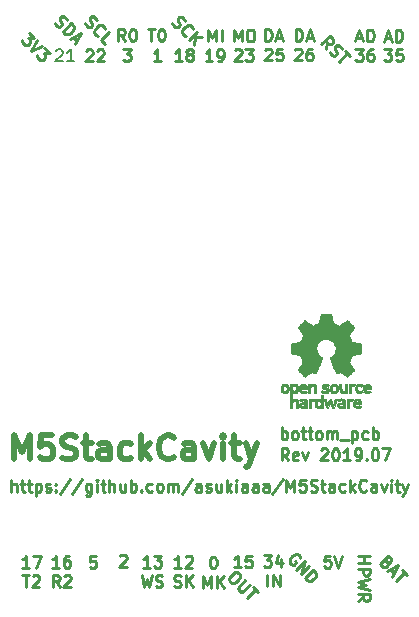
<source format=gbr>
G04 #@! TF.GenerationSoftware,KiCad,Pcbnew,5.1.2-f72e74a~84~ubuntu18.04.1*
G04 #@! TF.CreationDate,2019-07-12T15:11:00+09:00*
G04 #@! TF.ProjectId,bottom_pcb,626f7474-6f6d-45f7-9063-622e6b696361,rev?*
G04 #@! TF.SameCoordinates,Original*
G04 #@! TF.FileFunction,Legend,Top*
G04 #@! TF.FilePolarity,Positive*
%FSLAX46Y46*%
G04 Gerber Fmt 4.6, Leading zero omitted, Abs format (unit mm)*
G04 Created by KiCad (PCBNEW 5.1.2-f72e74a~84~ubuntu18.04.1) date 2019-07-12 15:11:00*
%MOMM*%
%LPD*%
G04 APERTURE LIST*
%ADD10C,0.250000*%
%ADD11C,0.500000*%
%ADD12C,0.200000*%
%ADD13C,0.010000*%
G04 APERTURE END LIST*
D10*
X130777171Y-86164680D02*
X130777171Y-85164680D01*
X130777171Y-85545633D02*
X130872409Y-85498014D01*
X131062885Y-85498014D01*
X131158123Y-85545633D01*
X131205742Y-85593252D01*
X131253361Y-85688490D01*
X131253361Y-85974204D01*
X131205742Y-86069442D01*
X131158123Y-86117061D01*
X131062885Y-86164680D01*
X130872409Y-86164680D01*
X130777171Y-86117061D01*
X131824790Y-86164680D02*
X131729552Y-86117061D01*
X131681933Y-86069442D01*
X131634314Y-85974204D01*
X131634314Y-85688490D01*
X131681933Y-85593252D01*
X131729552Y-85545633D01*
X131824790Y-85498014D01*
X131967647Y-85498014D01*
X132062885Y-85545633D01*
X132110504Y-85593252D01*
X132158123Y-85688490D01*
X132158123Y-85974204D01*
X132110504Y-86069442D01*
X132062885Y-86117061D01*
X131967647Y-86164680D01*
X131824790Y-86164680D01*
X132443838Y-85498014D02*
X132824790Y-85498014D01*
X132586695Y-85164680D02*
X132586695Y-86021823D01*
X132634314Y-86117061D01*
X132729552Y-86164680D01*
X132824790Y-86164680D01*
X133015266Y-85498014D02*
X133396219Y-85498014D01*
X133158123Y-85164680D02*
X133158123Y-86021823D01*
X133205742Y-86117061D01*
X133300980Y-86164680D01*
X133396219Y-86164680D01*
X133872409Y-86164680D02*
X133777171Y-86117061D01*
X133729552Y-86069442D01*
X133681933Y-85974204D01*
X133681933Y-85688490D01*
X133729552Y-85593252D01*
X133777171Y-85545633D01*
X133872409Y-85498014D01*
X134015266Y-85498014D01*
X134110504Y-85545633D01*
X134158123Y-85593252D01*
X134205742Y-85688490D01*
X134205742Y-85974204D01*
X134158123Y-86069442D01*
X134110504Y-86117061D01*
X134015266Y-86164680D01*
X133872409Y-86164680D01*
X134634314Y-86164680D02*
X134634314Y-85498014D01*
X134634314Y-85593252D02*
X134681933Y-85545633D01*
X134777171Y-85498014D01*
X134920028Y-85498014D01*
X135015266Y-85545633D01*
X135062885Y-85640871D01*
X135062885Y-86164680D01*
X135062885Y-85640871D02*
X135110504Y-85545633D01*
X135205742Y-85498014D01*
X135348600Y-85498014D01*
X135443838Y-85545633D01*
X135491457Y-85640871D01*
X135491457Y-86164680D01*
X135729552Y-86259919D02*
X136491457Y-86259919D01*
X136729552Y-85498014D02*
X136729552Y-86498014D01*
X136729552Y-85545633D02*
X136824790Y-85498014D01*
X137015266Y-85498014D01*
X137110504Y-85545633D01*
X137158123Y-85593252D01*
X137205742Y-85688490D01*
X137205742Y-85974204D01*
X137158123Y-86069442D01*
X137110504Y-86117061D01*
X137015266Y-86164680D01*
X136824790Y-86164680D01*
X136729552Y-86117061D01*
X138062885Y-86117061D02*
X137967647Y-86164680D01*
X137777171Y-86164680D01*
X137681933Y-86117061D01*
X137634314Y-86069442D01*
X137586695Y-85974204D01*
X137586695Y-85688490D01*
X137634314Y-85593252D01*
X137681933Y-85545633D01*
X137777171Y-85498014D01*
X137967647Y-85498014D01*
X138062885Y-85545633D01*
X138491457Y-86164680D02*
X138491457Y-85164680D01*
X138491457Y-85545633D02*
X138586695Y-85498014D01*
X138777171Y-85498014D01*
X138872409Y-85545633D01*
X138920028Y-85593252D01*
X138967647Y-85688490D01*
X138967647Y-85974204D01*
X138920028Y-86069442D01*
X138872409Y-86117061D01*
X138777171Y-86164680D01*
X138586695Y-86164680D01*
X138491457Y-86117061D01*
X129268956Y-95977460D02*
X129888003Y-95977460D01*
X129554670Y-96358413D01*
X129697527Y-96358413D01*
X129792765Y-96406032D01*
X129840384Y-96453651D01*
X129888003Y-96548889D01*
X129888003Y-96786984D01*
X129840384Y-96882222D01*
X129792765Y-96929841D01*
X129697527Y-96977460D01*
X129411813Y-96977460D01*
X129316575Y-96929841D01*
X129268956Y-96882222D01*
X130745146Y-96310794D02*
X130745146Y-96977460D01*
X130507051Y-95929841D02*
X130268956Y-96644127D01*
X130888003Y-96644127D01*
X129580070Y-98633540D02*
X129580070Y-97633540D01*
X130056260Y-98633540D02*
X130056260Y-97633540D01*
X130627689Y-98633540D01*
X130627689Y-97633540D01*
X124945780Y-96104460D02*
X125041019Y-96104460D01*
X125136257Y-96152080D01*
X125183876Y-96199699D01*
X125231495Y-96294937D01*
X125279114Y-96485413D01*
X125279114Y-96723508D01*
X125231495Y-96913984D01*
X125183876Y-97009222D01*
X125136257Y-97056841D01*
X125041019Y-97104460D01*
X124945780Y-97104460D01*
X124850542Y-97056841D01*
X124802923Y-97009222D01*
X124755304Y-96913984D01*
X124707685Y-96723508D01*
X124707685Y-96485413D01*
X124755304Y-96294937D01*
X124802923Y-96199699D01*
X124850542Y-96152080D01*
X124945780Y-96104460D01*
X124160066Y-98755460D02*
X124160066Y-97755460D01*
X124493400Y-98469746D01*
X124826733Y-97755460D01*
X124826733Y-98755460D01*
X125302923Y-98755460D02*
X125302923Y-97755460D01*
X125874352Y-98755460D02*
X125445780Y-98184032D01*
X125874352Y-97755460D02*
X125302923Y-98326889D01*
X127342923Y-97020640D02*
X126771495Y-97020640D01*
X127057209Y-97020640D02*
X127057209Y-96020640D01*
X126961971Y-96163498D01*
X126866733Y-96258736D01*
X126771495Y-96306355D01*
X128247685Y-96020640D02*
X127771495Y-96020640D01*
X127723876Y-96496831D01*
X127771495Y-96449212D01*
X127866733Y-96401593D01*
X128104828Y-96401593D01*
X128200066Y-96449212D01*
X128247685Y-96496831D01*
X128295304Y-96592069D01*
X128295304Y-96830164D01*
X128247685Y-96925402D01*
X128200066Y-96973021D01*
X128104828Y-97020640D01*
X127866733Y-97020640D01*
X127771495Y-96973021D01*
X127723876Y-96925402D01*
X127106838Y-97470368D02*
X127241525Y-97605055D01*
X127275197Y-97706070D01*
X127275197Y-97840757D01*
X127174181Y-98009116D01*
X126938479Y-98244818D01*
X126770120Y-98345833D01*
X126635433Y-98345833D01*
X126534418Y-98312161D01*
X126399731Y-98177474D01*
X126366059Y-98076459D01*
X126366059Y-97941772D01*
X126467075Y-97773413D01*
X126702777Y-97537711D01*
X126871136Y-97436696D01*
X127005823Y-97436696D01*
X127106838Y-97470368D01*
X127712929Y-98076459D02*
X127140510Y-98648879D01*
X127106838Y-98749894D01*
X127106838Y-98817238D01*
X127140510Y-98918253D01*
X127275197Y-99052940D01*
X127376212Y-99086612D01*
X127443555Y-99086612D01*
X127544571Y-99052940D01*
X128116990Y-98480520D01*
X128352693Y-98716222D02*
X128756754Y-99120283D01*
X127847616Y-99625360D02*
X128554723Y-98918253D01*
X122278163Y-97030800D02*
X121706735Y-97030800D01*
X121992449Y-97030800D02*
X121992449Y-96030800D01*
X121897211Y-96173658D01*
X121801973Y-96268896D01*
X121706735Y-96316515D01*
X122659116Y-96126039D02*
X122706735Y-96078420D01*
X122801973Y-96030800D01*
X123040068Y-96030800D01*
X123135306Y-96078420D01*
X123182925Y-96126039D01*
X123230544Y-96221277D01*
X123230544Y-96316515D01*
X123182925Y-96459372D01*
X122611497Y-97030800D01*
X123230544Y-97030800D01*
X119649263Y-97030800D02*
X119077835Y-97030800D01*
X119363549Y-97030800D02*
X119363549Y-96030800D01*
X119268311Y-96173658D01*
X119173073Y-96268896D01*
X119077835Y-96316515D01*
X119982597Y-96030800D02*
X120601644Y-96030800D01*
X120268311Y-96411753D01*
X120411168Y-96411753D01*
X120506406Y-96459372D01*
X120554025Y-96506991D01*
X120601644Y-96602229D01*
X120601644Y-96840324D01*
X120554025Y-96935562D01*
X120506406Y-96983181D01*
X120411168Y-97030800D01*
X120125454Y-97030800D01*
X120030216Y-96983181D01*
X119982597Y-96935562D01*
X118934978Y-97681800D02*
X119173073Y-98681800D01*
X119363549Y-97967515D01*
X119554025Y-98681800D01*
X119792120Y-97681800D01*
X120125454Y-98634181D02*
X120268311Y-98681800D01*
X120506406Y-98681800D01*
X120601644Y-98634181D01*
X120649263Y-98586562D01*
X120696882Y-98491324D01*
X120696882Y-98396086D01*
X120649263Y-98300848D01*
X120601644Y-98253229D01*
X120506406Y-98205610D01*
X120315930Y-98157991D01*
X120220692Y-98110372D01*
X120173073Y-98062753D01*
X120125454Y-97967515D01*
X120125454Y-97872277D01*
X120173073Y-97777039D01*
X120220692Y-97729420D01*
X120315930Y-97681800D01*
X120554025Y-97681800D01*
X120696882Y-97729420D01*
X121682925Y-98634181D02*
X121825782Y-98681800D01*
X122063878Y-98681800D01*
X122159116Y-98634181D01*
X122206735Y-98586562D01*
X122254354Y-98491324D01*
X122254354Y-98396086D01*
X122206735Y-98300848D01*
X122159116Y-98253229D01*
X122063878Y-98205610D01*
X121873401Y-98157991D01*
X121778163Y-98110372D01*
X121730544Y-98062753D01*
X121682925Y-97967515D01*
X121682925Y-97872277D01*
X121730544Y-97777039D01*
X121778163Y-97729420D01*
X121873401Y-97681800D01*
X122111497Y-97681800D01*
X122254354Y-97729420D01*
X122682925Y-98681800D02*
X122682925Y-97681800D01*
X123254354Y-98681800D02*
X122825782Y-98110372D01*
X123254354Y-97681800D02*
X122682925Y-98253229D01*
X137228319Y-96085257D02*
X138228319Y-96085257D01*
X137752128Y-96085257D02*
X137752128Y-96656685D01*
X137228319Y-96656685D02*
X138228319Y-96656685D01*
X137228319Y-97132876D02*
X138228319Y-97132876D01*
X138228319Y-97513828D01*
X138180700Y-97609066D01*
X138133080Y-97656685D01*
X138037842Y-97704304D01*
X137894985Y-97704304D01*
X137799747Y-97656685D01*
X137752128Y-97609066D01*
X137704509Y-97513828D01*
X137704509Y-97132876D01*
X138228319Y-98037638D02*
X137228319Y-98275733D01*
X137942604Y-98466209D01*
X137228319Y-98656685D01*
X138228319Y-98894780D01*
X137228319Y-99847161D02*
X137704509Y-99513828D01*
X137228319Y-99275733D02*
X138228319Y-99275733D01*
X138228319Y-99656685D01*
X138180700Y-99751923D01*
X138133080Y-99799542D01*
X138037842Y-99847161D01*
X137894985Y-99847161D01*
X137799747Y-99799542D01*
X137752128Y-99751923D01*
X137704509Y-99656685D01*
X137704509Y-99275733D01*
X131355009Y-87942680D02*
X131021676Y-87466490D01*
X130783580Y-87942680D02*
X130783580Y-86942680D01*
X131164533Y-86942680D01*
X131259771Y-86990300D01*
X131307390Y-87037919D01*
X131355009Y-87133157D01*
X131355009Y-87276014D01*
X131307390Y-87371252D01*
X131259771Y-87418871D01*
X131164533Y-87466490D01*
X130783580Y-87466490D01*
X132164533Y-87895061D02*
X132069295Y-87942680D01*
X131878819Y-87942680D01*
X131783580Y-87895061D01*
X131735961Y-87799823D01*
X131735961Y-87418871D01*
X131783580Y-87323633D01*
X131878819Y-87276014D01*
X132069295Y-87276014D01*
X132164533Y-87323633D01*
X132212152Y-87418871D01*
X132212152Y-87514109D01*
X131735961Y-87609347D01*
X132545485Y-87276014D02*
X132783580Y-87942680D01*
X133021676Y-87276014D01*
X134116914Y-87037919D02*
X134164533Y-86990300D01*
X134259771Y-86942680D01*
X134497866Y-86942680D01*
X134593104Y-86990300D01*
X134640723Y-87037919D01*
X134688342Y-87133157D01*
X134688342Y-87228395D01*
X134640723Y-87371252D01*
X134069295Y-87942680D01*
X134688342Y-87942680D01*
X135307390Y-86942680D02*
X135402628Y-86942680D01*
X135497866Y-86990300D01*
X135545485Y-87037919D01*
X135593104Y-87133157D01*
X135640723Y-87323633D01*
X135640723Y-87561728D01*
X135593104Y-87752204D01*
X135545485Y-87847442D01*
X135497866Y-87895061D01*
X135402628Y-87942680D01*
X135307390Y-87942680D01*
X135212152Y-87895061D01*
X135164533Y-87847442D01*
X135116914Y-87752204D01*
X135069295Y-87561728D01*
X135069295Y-87323633D01*
X135116914Y-87133157D01*
X135164533Y-87037919D01*
X135212152Y-86990300D01*
X135307390Y-86942680D01*
X136593104Y-87942680D02*
X136021676Y-87942680D01*
X136307390Y-87942680D02*
X136307390Y-86942680D01*
X136212152Y-87085538D01*
X136116914Y-87180776D01*
X136021676Y-87228395D01*
X137069295Y-87942680D02*
X137259771Y-87942680D01*
X137355009Y-87895061D01*
X137402628Y-87847442D01*
X137497866Y-87704585D01*
X137545485Y-87514109D01*
X137545485Y-87133157D01*
X137497866Y-87037919D01*
X137450247Y-86990300D01*
X137355009Y-86942680D01*
X137164533Y-86942680D01*
X137069295Y-86990300D01*
X137021676Y-87037919D01*
X136974057Y-87133157D01*
X136974057Y-87371252D01*
X137021676Y-87466490D01*
X137069295Y-87514109D01*
X137164533Y-87561728D01*
X137355009Y-87561728D01*
X137450247Y-87514109D01*
X137497866Y-87466490D01*
X137545485Y-87371252D01*
X137974057Y-87847442D02*
X138021676Y-87895061D01*
X137974057Y-87942680D01*
X137926438Y-87895061D01*
X137974057Y-87847442D01*
X137974057Y-87942680D01*
X138640723Y-86942680D02*
X138735961Y-86942680D01*
X138831200Y-86990300D01*
X138878819Y-87037919D01*
X138926438Y-87133157D01*
X138974057Y-87323633D01*
X138974057Y-87561728D01*
X138926438Y-87752204D01*
X138878819Y-87847442D01*
X138831200Y-87895061D01*
X138735961Y-87942680D01*
X138640723Y-87942680D01*
X138545485Y-87895061D01*
X138497866Y-87847442D01*
X138450247Y-87752204D01*
X138402628Y-87561728D01*
X138402628Y-87323633D01*
X138450247Y-87133157D01*
X138497866Y-87037919D01*
X138545485Y-86990300D01*
X138640723Y-86942680D01*
X139307390Y-86942680D02*
X139974057Y-86942680D01*
X139545485Y-87942680D01*
D11*
X108122723Y-87848961D02*
X108122723Y-85848961D01*
X108789390Y-87277533D01*
X109456057Y-85848961D01*
X109456057Y-87848961D01*
X111360819Y-85848961D02*
X110408438Y-85848961D01*
X110313200Y-86801342D01*
X110408438Y-86706104D01*
X110598914Y-86610866D01*
X111075104Y-86610866D01*
X111265580Y-86706104D01*
X111360819Y-86801342D01*
X111456057Y-86991819D01*
X111456057Y-87468009D01*
X111360819Y-87658485D01*
X111265580Y-87753723D01*
X111075104Y-87848961D01*
X110598914Y-87848961D01*
X110408438Y-87753723D01*
X110313200Y-87658485D01*
X112217961Y-87753723D02*
X112503676Y-87848961D01*
X112979866Y-87848961D01*
X113170342Y-87753723D01*
X113265580Y-87658485D01*
X113360819Y-87468009D01*
X113360819Y-87277533D01*
X113265580Y-87087057D01*
X113170342Y-86991819D01*
X112979866Y-86896580D01*
X112598914Y-86801342D01*
X112408438Y-86706104D01*
X112313200Y-86610866D01*
X112217961Y-86420390D01*
X112217961Y-86229914D01*
X112313200Y-86039438D01*
X112408438Y-85944200D01*
X112598914Y-85848961D01*
X113075104Y-85848961D01*
X113360819Y-85944200D01*
X113932247Y-86515628D02*
X114694152Y-86515628D01*
X114217961Y-85848961D02*
X114217961Y-87563247D01*
X114313200Y-87753723D01*
X114503676Y-87848961D01*
X114694152Y-87848961D01*
X116217961Y-87848961D02*
X116217961Y-86801342D01*
X116122723Y-86610866D01*
X115932247Y-86515628D01*
X115551295Y-86515628D01*
X115360819Y-86610866D01*
X116217961Y-87753723D02*
X116027485Y-87848961D01*
X115551295Y-87848961D01*
X115360819Y-87753723D01*
X115265580Y-87563247D01*
X115265580Y-87372771D01*
X115360819Y-87182295D01*
X115551295Y-87087057D01*
X116027485Y-87087057D01*
X116217961Y-86991819D01*
X118027485Y-87753723D02*
X117837009Y-87848961D01*
X117456057Y-87848961D01*
X117265580Y-87753723D01*
X117170342Y-87658485D01*
X117075104Y-87468009D01*
X117075104Y-86896580D01*
X117170342Y-86706104D01*
X117265580Y-86610866D01*
X117456057Y-86515628D01*
X117837009Y-86515628D01*
X118027485Y-86610866D01*
X118884628Y-87848961D02*
X118884628Y-85848961D01*
X119075104Y-87087057D02*
X119646533Y-87848961D01*
X119646533Y-86515628D02*
X118884628Y-87277533D01*
X121646533Y-87658485D02*
X121551295Y-87753723D01*
X121265580Y-87848961D01*
X121075104Y-87848961D01*
X120789390Y-87753723D01*
X120598914Y-87563247D01*
X120503676Y-87372771D01*
X120408438Y-86991819D01*
X120408438Y-86706104D01*
X120503676Y-86325152D01*
X120598914Y-86134676D01*
X120789390Y-85944200D01*
X121075104Y-85848961D01*
X121265580Y-85848961D01*
X121551295Y-85944200D01*
X121646533Y-86039438D01*
X123360819Y-87848961D02*
X123360819Y-86801342D01*
X123265580Y-86610866D01*
X123075104Y-86515628D01*
X122694152Y-86515628D01*
X122503676Y-86610866D01*
X123360819Y-87753723D02*
X123170342Y-87848961D01*
X122694152Y-87848961D01*
X122503676Y-87753723D01*
X122408438Y-87563247D01*
X122408438Y-87372771D01*
X122503676Y-87182295D01*
X122694152Y-87087057D01*
X123170342Y-87087057D01*
X123360819Y-86991819D01*
X124122723Y-86515628D02*
X124598914Y-87848961D01*
X125075104Y-86515628D01*
X125837009Y-87848961D02*
X125837009Y-86515628D01*
X125837009Y-85848961D02*
X125741771Y-85944200D01*
X125837009Y-86039438D01*
X125932247Y-85944200D01*
X125837009Y-85848961D01*
X125837009Y-86039438D01*
X126503676Y-86515628D02*
X127265580Y-86515628D01*
X126789390Y-85848961D02*
X126789390Y-87563247D01*
X126884628Y-87753723D01*
X127075104Y-87848961D01*
X127265580Y-87848961D01*
X127741771Y-86515628D02*
X128217961Y-87848961D01*
X128694152Y-86515628D02*
X128217961Y-87848961D01*
X128027485Y-88325152D01*
X127932247Y-88420390D01*
X127741771Y-88515628D01*
D10*
X107912404Y-90596980D02*
X107912404Y-89596980D01*
X108340976Y-90596980D02*
X108340976Y-90073171D01*
X108293357Y-89977933D01*
X108198119Y-89930314D01*
X108055261Y-89930314D01*
X107960023Y-89977933D01*
X107912404Y-90025552D01*
X108674309Y-89930314D02*
X109055261Y-89930314D01*
X108817166Y-89596980D02*
X108817166Y-90454123D01*
X108864785Y-90549361D01*
X108960023Y-90596980D01*
X109055261Y-90596980D01*
X109245738Y-89930314D02*
X109626690Y-89930314D01*
X109388595Y-89596980D02*
X109388595Y-90454123D01*
X109436214Y-90549361D01*
X109531452Y-90596980D01*
X109626690Y-90596980D01*
X109960023Y-89930314D02*
X109960023Y-90930314D01*
X109960023Y-89977933D02*
X110055261Y-89930314D01*
X110245738Y-89930314D01*
X110340976Y-89977933D01*
X110388595Y-90025552D01*
X110436214Y-90120790D01*
X110436214Y-90406504D01*
X110388595Y-90501742D01*
X110340976Y-90549361D01*
X110245738Y-90596980D01*
X110055261Y-90596980D01*
X109960023Y-90549361D01*
X110817166Y-90549361D02*
X110912404Y-90596980D01*
X111102880Y-90596980D01*
X111198119Y-90549361D01*
X111245738Y-90454123D01*
X111245738Y-90406504D01*
X111198119Y-90311266D01*
X111102880Y-90263647D01*
X110960023Y-90263647D01*
X110864785Y-90216028D01*
X110817166Y-90120790D01*
X110817166Y-90073171D01*
X110864785Y-89977933D01*
X110960023Y-89930314D01*
X111102880Y-89930314D01*
X111198119Y-89977933D01*
X111674309Y-90501742D02*
X111721928Y-90549361D01*
X111674309Y-90596980D01*
X111626690Y-90549361D01*
X111674309Y-90501742D01*
X111674309Y-90596980D01*
X111674309Y-89977933D02*
X111721928Y-90025552D01*
X111674309Y-90073171D01*
X111626690Y-90025552D01*
X111674309Y-89977933D01*
X111674309Y-90073171D01*
X112864785Y-89549361D02*
X112007642Y-90835076D01*
X113912404Y-89549361D02*
X113055261Y-90835076D01*
X114674309Y-89930314D02*
X114674309Y-90739838D01*
X114626690Y-90835076D01*
X114579071Y-90882695D01*
X114483833Y-90930314D01*
X114340976Y-90930314D01*
X114245738Y-90882695D01*
X114674309Y-90549361D02*
X114579071Y-90596980D01*
X114388595Y-90596980D01*
X114293357Y-90549361D01*
X114245738Y-90501742D01*
X114198119Y-90406504D01*
X114198119Y-90120790D01*
X114245738Y-90025552D01*
X114293357Y-89977933D01*
X114388595Y-89930314D01*
X114579071Y-89930314D01*
X114674309Y-89977933D01*
X115150500Y-90596980D02*
X115150500Y-89930314D01*
X115150500Y-89596980D02*
X115102880Y-89644600D01*
X115150500Y-89692219D01*
X115198119Y-89644600D01*
X115150500Y-89596980D01*
X115150500Y-89692219D01*
X115483833Y-89930314D02*
X115864785Y-89930314D01*
X115626690Y-89596980D02*
X115626690Y-90454123D01*
X115674309Y-90549361D01*
X115769547Y-90596980D01*
X115864785Y-90596980D01*
X116198119Y-90596980D02*
X116198119Y-89596980D01*
X116626690Y-90596980D02*
X116626690Y-90073171D01*
X116579071Y-89977933D01*
X116483833Y-89930314D01*
X116340976Y-89930314D01*
X116245738Y-89977933D01*
X116198119Y-90025552D01*
X117531452Y-89930314D02*
X117531452Y-90596980D01*
X117102880Y-89930314D02*
X117102880Y-90454123D01*
X117150500Y-90549361D01*
X117245738Y-90596980D01*
X117388595Y-90596980D01*
X117483833Y-90549361D01*
X117531452Y-90501742D01*
X118007642Y-90596980D02*
X118007642Y-89596980D01*
X118007642Y-89977933D02*
X118102880Y-89930314D01*
X118293357Y-89930314D01*
X118388595Y-89977933D01*
X118436214Y-90025552D01*
X118483833Y-90120790D01*
X118483833Y-90406504D01*
X118436214Y-90501742D01*
X118388595Y-90549361D01*
X118293357Y-90596980D01*
X118102880Y-90596980D01*
X118007642Y-90549361D01*
X118912404Y-90501742D02*
X118960023Y-90549361D01*
X118912404Y-90596980D01*
X118864785Y-90549361D01*
X118912404Y-90501742D01*
X118912404Y-90596980D01*
X119817166Y-90549361D02*
X119721928Y-90596980D01*
X119531452Y-90596980D01*
X119436214Y-90549361D01*
X119388595Y-90501742D01*
X119340976Y-90406504D01*
X119340976Y-90120790D01*
X119388595Y-90025552D01*
X119436214Y-89977933D01*
X119531452Y-89930314D01*
X119721928Y-89930314D01*
X119817166Y-89977933D01*
X120388595Y-90596980D02*
X120293357Y-90549361D01*
X120245738Y-90501742D01*
X120198119Y-90406504D01*
X120198119Y-90120790D01*
X120245738Y-90025552D01*
X120293357Y-89977933D01*
X120388595Y-89930314D01*
X120531452Y-89930314D01*
X120626690Y-89977933D01*
X120674309Y-90025552D01*
X120721928Y-90120790D01*
X120721928Y-90406504D01*
X120674309Y-90501742D01*
X120626690Y-90549361D01*
X120531452Y-90596980D01*
X120388595Y-90596980D01*
X121150500Y-90596980D02*
X121150500Y-89930314D01*
X121150500Y-90025552D02*
X121198119Y-89977933D01*
X121293357Y-89930314D01*
X121436214Y-89930314D01*
X121531452Y-89977933D01*
X121579071Y-90073171D01*
X121579071Y-90596980D01*
X121579071Y-90073171D02*
X121626690Y-89977933D01*
X121721928Y-89930314D01*
X121864785Y-89930314D01*
X121960023Y-89977933D01*
X122007642Y-90073171D01*
X122007642Y-90596980D01*
X123198119Y-89549361D02*
X122340976Y-90835076D01*
X123960023Y-90596980D02*
X123960023Y-90073171D01*
X123912404Y-89977933D01*
X123817166Y-89930314D01*
X123626690Y-89930314D01*
X123531452Y-89977933D01*
X123960023Y-90549361D02*
X123864785Y-90596980D01*
X123626690Y-90596980D01*
X123531452Y-90549361D01*
X123483833Y-90454123D01*
X123483833Y-90358885D01*
X123531452Y-90263647D01*
X123626690Y-90216028D01*
X123864785Y-90216028D01*
X123960023Y-90168409D01*
X124388595Y-90549361D02*
X124483833Y-90596980D01*
X124674309Y-90596980D01*
X124769547Y-90549361D01*
X124817166Y-90454123D01*
X124817166Y-90406504D01*
X124769547Y-90311266D01*
X124674309Y-90263647D01*
X124531452Y-90263647D01*
X124436214Y-90216028D01*
X124388595Y-90120790D01*
X124388595Y-90073171D01*
X124436214Y-89977933D01*
X124531452Y-89930314D01*
X124674309Y-89930314D01*
X124769547Y-89977933D01*
X125674309Y-89930314D02*
X125674309Y-90596980D01*
X125245738Y-89930314D02*
X125245738Y-90454123D01*
X125293357Y-90549361D01*
X125388595Y-90596980D01*
X125531452Y-90596980D01*
X125626690Y-90549361D01*
X125674309Y-90501742D01*
X126150500Y-90596980D02*
X126150500Y-89596980D01*
X126245738Y-90216028D02*
X126531452Y-90596980D01*
X126531452Y-89930314D02*
X126150500Y-90311266D01*
X126960023Y-90596980D02*
X126960023Y-89930314D01*
X126960023Y-89596980D02*
X126912404Y-89644600D01*
X126960023Y-89692219D01*
X127007642Y-89644600D01*
X126960023Y-89596980D01*
X126960023Y-89692219D01*
X127864785Y-90596980D02*
X127864785Y-90073171D01*
X127817166Y-89977933D01*
X127721928Y-89930314D01*
X127531452Y-89930314D01*
X127436214Y-89977933D01*
X127864785Y-90549361D02*
X127769547Y-90596980D01*
X127531452Y-90596980D01*
X127436214Y-90549361D01*
X127388595Y-90454123D01*
X127388595Y-90358885D01*
X127436214Y-90263647D01*
X127531452Y-90216028D01*
X127769547Y-90216028D01*
X127864785Y-90168409D01*
X128769547Y-90596980D02*
X128769547Y-90073171D01*
X128721928Y-89977933D01*
X128626690Y-89930314D01*
X128436214Y-89930314D01*
X128340976Y-89977933D01*
X128769547Y-90549361D02*
X128674309Y-90596980D01*
X128436214Y-90596980D01*
X128340976Y-90549361D01*
X128293357Y-90454123D01*
X128293357Y-90358885D01*
X128340976Y-90263647D01*
X128436214Y-90216028D01*
X128674309Y-90216028D01*
X128769547Y-90168409D01*
X129674309Y-90596980D02*
X129674309Y-90073171D01*
X129626690Y-89977933D01*
X129531452Y-89930314D01*
X129340976Y-89930314D01*
X129245738Y-89977933D01*
X129674309Y-90549361D02*
X129579071Y-90596980D01*
X129340976Y-90596980D01*
X129245738Y-90549361D01*
X129198119Y-90454123D01*
X129198119Y-90358885D01*
X129245738Y-90263647D01*
X129340976Y-90216028D01*
X129579071Y-90216028D01*
X129674309Y-90168409D01*
X130864785Y-89549361D02*
X130007642Y-90835076D01*
X131198119Y-90596980D02*
X131198119Y-89596980D01*
X131531452Y-90311266D01*
X131864785Y-89596980D01*
X131864785Y-90596980D01*
X132817166Y-89596980D02*
X132340976Y-89596980D01*
X132293357Y-90073171D01*
X132340976Y-90025552D01*
X132436214Y-89977933D01*
X132674309Y-89977933D01*
X132769547Y-90025552D01*
X132817166Y-90073171D01*
X132864785Y-90168409D01*
X132864785Y-90406504D01*
X132817166Y-90501742D01*
X132769547Y-90549361D01*
X132674309Y-90596980D01*
X132436214Y-90596980D01*
X132340976Y-90549361D01*
X132293357Y-90501742D01*
X133245738Y-90549361D02*
X133388595Y-90596980D01*
X133626690Y-90596980D01*
X133721928Y-90549361D01*
X133769547Y-90501742D01*
X133817166Y-90406504D01*
X133817166Y-90311266D01*
X133769547Y-90216028D01*
X133721928Y-90168409D01*
X133626690Y-90120790D01*
X133436214Y-90073171D01*
X133340976Y-90025552D01*
X133293357Y-89977933D01*
X133245738Y-89882695D01*
X133245738Y-89787457D01*
X133293357Y-89692219D01*
X133340976Y-89644600D01*
X133436214Y-89596980D01*
X133674309Y-89596980D01*
X133817166Y-89644600D01*
X134102880Y-89930314D02*
X134483833Y-89930314D01*
X134245738Y-89596980D02*
X134245738Y-90454123D01*
X134293357Y-90549361D01*
X134388595Y-90596980D01*
X134483833Y-90596980D01*
X135245738Y-90596980D02*
X135245738Y-90073171D01*
X135198119Y-89977933D01*
X135102880Y-89930314D01*
X134912404Y-89930314D01*
X134817166Y-89977933D01*
X135245738Y-90549361D02*
X135150500Y-90596980D01*
X134912404Y-90596980D01*
X134817166Y-90549361D01*
X134769547Y-90454123D01*
X134769547Y-90358885D01*
X134817166Y-90263647D01*
X134912404Y-90216028D01*
X135150500Y-90216028D01*
X135245738Y-90168409D01*
X136150500Y-90549361D02*
X136055261Y-90596980D01*
X135864785Y-90596980D01*
X135769547Y-90549361D01*
X135721928Y-90501742D01*
X135674309Y-90406504D01*
X135674309Y-90120790D01*
X135721928Y-90025552D01*
X135769547Y-89977933D01*
X135864785Y-89930314D01*
X136055261Y-89930314D01*
X136150500Y-89977933D01*
X136579071Y-90596980D02*
X136579071Y-89596980D01*
X136674309Y-90216028D02*
X136960023Y-90596980D01*
X136960023Y-89930314D02*
X136579071Y-90311266D01*
X137960023Y-90501742D02*
X137912404Y-90549361D01*
X137769547Y-90596980D01*
X137674309Y-90596980D01*
X137531452Y-90549361D01*
X137436214Y-90454123D01*
X137388595Y-90358885D01*
X137340976Y-90168409D01*
X137340976Y-90025552D01*
X137388595Y-89835076D01*
X137436214Y-89739838D01*
X137531452Y-89644600D01*
X137674309Y-89596980D01*
X137769547Y-89596980D01*
X137912404Y-89644600D01*
X137960023Y-89692219D01*
X138817166Y-90596980D02*
X138817166Y-90073171D01*
X138769547Y-89977933D01*
X138674309Y-89930314D01*
X138483833Y-89930314D01*
X138388595Y-89977933D01*
X138817166Y-90549361D02*
X138721928Y-90596980D01*
X138483833Y-90596980D01*
X138388595Y-90549361D01*
X138340976Y-90454123D01*
X138340976Y-90358885D01*
X138388595Y-90263647D01*
X138483833Y-90216028D01*
X138721928Y-90216028D01*
X138817166Y-90168409D01*
X139198119Y-89930314D02*
X139436214Y-90596980D01*
X139674309Y-89930314D01*
X140055261Y-90596980D02*
X140055261Y-89930314D01*
X140055261Y-89596980D02*
X140007642Y-89644600D01*
X140055261Y-89692219D01*
X140102880Y-89644600D01*
X140055261Y-89596980D01*
X140055261Y-89692219D01*
X140388595Y-89930314D02*
X140769547Y-89930314D01*
X140531452Y-89596980D02*
X140531452Y-90454123D01*
X140579071Y-90549361D01*
X140674309Y-90596980D01*
X140769547Y-90596980D01*
X141007642Y-89930314D02*
X141245738Y-90596980D01*
X141483833Y-89930314D02*
X141245738Y-90596980D01*
X141150500Y-90835076D01*
X141102880Y-90882695D01*
X141007642Y-90930314D01*
X117524233Y-52446180D02*
X117190900Y-51969990D01*
X116952804Y-52446180D02*
X116952804Y-51446180D01*
X117333757Y-51446180D01*
X117428995Y-51493800D01*
X117476614Y-51541419D01*
X117524233Y-51636657D01*
X117524233Y-51779514D01*
X117476614Y-51874752D01*
X117428995Y-51922371D01*
X117333757Y-51969990D01*
X116952804Y-51969990D01*
X118143280Y-51446180D02*
X118238519Y-51446180D01*
X118333757Y-51493800D01*
X118381376Y-51541419D01*
X118428995Y-51636657D01*
X118476614Y-51827133D01*
X118476614Y-52065228D01*
X118428995Y-52255704D01*
X118381376Y-52350942D01*
X118333757Y-52398561D01*
X118238519Y-52446180D01*
X118143280Y-52446180D01*
X118048042Y-52398561D01*
X118000423Y-52350942D01*
X117952804Y-52255704D01*
X117905185Y-52065228D01*
X117905185Y-51827133D01*
X117952804Y-51636657D01*
X118000423Y-51541419D01*
X118048042Y-51493800D01*
X118143280Y-51446180D01*
X119468995Y-51446180D02*
X120040423Y-51446180D01*
X119754709Y-52446180D02*
X119754709Y-51446180D01*
X120564233Y-51446180D02*
X120659471Y-51446180D01*
X120754709Y-51493800D01*
X120802328Y-51541419D01*
X120849947Y-51636657D01*
X120897566Y-51827133D01*
X120897566Y-52065228D01*
X120849947Y-52255704D01*
X120802328Y-52350942D01*
X120754709Y-52398561D01*
X120659471Y-52446180D01*
X120564233Y-52446180D01*
X120468995Y-52398561D01*
X120421376Y-52350942D01*
X120373757Y-52255704D01*
X120326138Y-52065228D01*
X120326138Y-51827133D01*
X120373757Y-51636657D01*
X120421376Y-51541419D01*
X120468995Y-51493800D01*
X120564233Y-51446180D01*
X111979413Y-98686880D02*
X111646080Y-98210690D01*
X111407984Y-98686880D02*
X111407984Y-97686880D01*
X111788937Y-97686880D01*
X111884175Y-97734500D01*
X111931794Y-97782119D01*
X111979413Y-97877357D01*
X111979413Y-98020214D01*
X111931794Y-98115452D01*
X111884175Y-98163071D01*
X111788937Y-98210690D01*
X111407984Y-98210690D01*
X112360365Y-97782119D02*
X112407984Y-97734500D01*
X112503222Y-97686880D01*
X112741318Y-97686880D01*
X112836556Y-97734500D01*
X112884175Y-97782119D01*
X112931794Y-97877357D01*
X112931794Y-97972595D01*
X112884175Y-98115452D01*
X112312746Y-98686880D01*
X112931794Y-98686880D01*
X108844175Y-97686880D02*
X109415603Y-97686880D01*
X109129889Y-98686880D02*
X109129889Y-97686880D01*
X109701318Y-97782119D02*
X109748937Y-97734500D01*
X109844175Y-97686880D01*
X110082270Y-97686880D01*
X110177508Y-97734500D01*
X110225127Y-97782119D01*
X110272746Y-97877357D01*
X110272746Y-97972595D01*
X110225127Y-98115452D01*
X109653699Y-98686880D01*
X110272746Y-98686880D01*
X129395623Y-52446180D02*
X129395623Y-51446180D01*
X129633719Y-51446180D01*
X129776576Y-51493800D01*
X129871814Y-51589038D01*
X129919433Y-51684276D01*
X129967052Y-51874752D01*
X129967052Y-52017609D01*
X129919433Y-52208085D01*
X129871814Y-52303323D01*
X129776576Y-52398561D01*
X129633719Y-52446180D01*
X129395623Y-52446180D01*
X130348004Y-52160466D02*
X130824195Y-52160466D01*
X130252766Y-52446180D02*
X130586100Y-51446180D01*
X130919433Y-52446180D01*
X131981343Y-52446180D02*
X131981343Y-51446180D01*
X132219439Y-51446180D01*
X132362296Y-51493800D01*
X132457534Y-51589038D01*
X132505153Y-51684276D01*
X132552772Y-51874752D01*
X132552772Y-52017609D01*
X132505153Y-52208085D01*
X132457534Y-52303323D01*
X132362296Y-52398561D01*
X132219439Y-52446180D01*
X131981343Y-52446180D01*
X132933724Y-52160466D02*
X133409915Y-52160466D01*
X132838486Y-52446180D02*
X133171820Y-51446180D01*
X133505153Y-52446180D01*
X139538484Y-52206186D02*
X140014675Y-52206186D01*
X139443246Y-52491900D02*
X139776580Y-51491900D01*
X140109913Y-52491900D01*
X140443246Y-52491900D02*
X140443246Y-51491900D01*
X140681341Y-51491900D01*
X140824199Y-51539520D01*
X140919437Y-51634758D01*
X140967056Y-51729996D01*
X141014675Y-51920472D01*
X141014675Y-52063329D01*
X140967056Y-52253805D01*
X140919437Y-52349043D01*
X140824199Y-52444281D01*
X140681341Y-52491900D01*
X140443246Y-52491900D01*
X137110244Y-52201106D02*
X137586435Y-52201106D01*
X137015006Y-52486820D02*
X137348340Y-51486820D01*
X137681673Y-52486820D01*
X138015006Y-52486820D02*
X138015006Y-51486820D01*
X138253101Y-51486820D01*
X138395959Y-51534440D01*
X138491197Y-51629678D01*
X138538816Y-51724916D01*
X138586435Y-51915392D01*
X138586435Y-52058249D01*
X138538816Y-52248725D01*
X138491197Y-52343963D01*
X138395959Y-52439201D01*
X138253101Y-52486820D01*
X138015006Y-52486820D01*
X121545072Y-50949232D02*
X121612416Y-51083919D01*
X121780775Y-51252278D01*
X121881790Y-51285950D01*
X121949133Y-51285950D01*
X122050149Y-51252278D01*
X122117492Y-51184934D01*
X122151164Y-51083919D01*
X122151164Y-51016576D01*
X122117492Y-50915560D01*
X122016477Y-50747202D01*
X121982805Y-50646186D01*
X121982805Y-50578843D01*
X122016477Y-50477828D01*
X122083820Y-50410484D01*
X122184836Y-50376812D01*
X122252179Y-50376812D01*
X122353194Y-50410484D01*
X122521553Y-50578843D01*
X122588897Y-50713530D01*
X122689912Y-52026728D02*
X122622568Y-52026728D01*
X122487881Y-51959385D01*
X122420538Y-51892041D01*
X122353194Y-51757354D01*
X122353194Y-51622667D01*
X122386866Y-51521652D01*
X122487881Y-51353293D01*
X122588897Y-51252278D01*
X122757255Y-51151263D01*
X122858271Y-51117591D01*
X122992958Y-51117591D01*
X123127645Y-51184934D01*
X123194988Y-51252278D01*
X123262332Y-51386965D01*
X123262332Y-51454308D01*
X122925614Y-52397117D02*
X123632721Y-51690011D01*
X123329675Y-52801178D02*
X123430690Y-52094072D01*
X124036782Y-52094072D02*
X123228660Y-52094072D01*
X122346743Y-54137820D02*
X121775315Y-54137820D01*
X122061029Y-54137820D02*
X122061029Y-53137820D01*
X121965791Y-53280678D01*
X121870553Y-53375916D01*
X121775315Y-53423535D01*
X122918172Y-53566392D02*
X122822934Y-53518773D01*
X122775315Y-53471154D01*
X122727696Y-53375916D01*
X122727696Y-53328297D01*
X122775315Y-53233059D01*
X122822934Y-53185440D01*
X122918172Y-53137820D01*
X123108648Y-53137820D01*
X123203886Y-53185440D01*
X123251505Y-53233059D01*
X123299124Y-53328297D01*
X123299124Y-53375916D01*
X123251505Y-53471154D01*
X123203886Y-53518773D01*
X123108648Y-53566392D01*
X122918172Y-53566392D01*
X122822934Y-53614011D01*
X122775315Y-53661630D01*
X122727696Y-53756868D01*
X122727696Y-53947344D01*
X122775315Y-54042582D01*
X122822934Y-54090201D01*
X122918172Y-54137820D01*
X123108648Y-54137820D01*
X123203886Y-54090201D01*
X123251505Y-54042582D01*
X123299124Y-53947344D01*
X123299124Y-53756868D01*
X123251505Y-53661630D01*
X123203886Y-53614011D01*
X123108648Y-53566392D01*
X126724517Y-52486820D02*
X126724517Y-51486820D01*
X127057850Y-52201106D01*
X127391183Y-51486820D01*
X127391183Y-52486820D01*
X128057850Y-51486820D02*
X128248326Y-51486820D01*
X128343564Y-51534440D01*
X128438802Y-51629678D01*
X128486421Y-51820154D01*
X128486421Y-52153487D01*
X128438802Y-52343963D01*
X128343564Y-52439201D01*
X128248326Y-52486820D01*
X128057850Y-52486820D01*
X127962612Y-52439201D01*
X127867374Y-52343963D01*
X127819755Y-52153487D01*
X127819755Y-51820154D01*
X127867374Y-51629678D01*
X127962612Y-51534440D01*
X128057850Y-51486820D01*
X124927383Y-54168300D02*
X124355955Y-54168300D01*
X124641669Y-54168300D02*
X124641669Y-53168300D01*
X124546431Y-53311158D01*
X124451193Y-53406396D01*
X124355955Y-53454015D01*
X125403574Y-54168300D02*
X125594050Y-54168300D01*
X125689288Y-54120681D01*
X125736907Y-54073062D01*
X125832145Y-53930205D01*
X125879764Y-53739729D01*
X125879764Y-53358777D01*
X125832145Y-53263539D01*
X125784526Y-53215920D01*
X125689288Y-53168300D01*
X125498812Y-53168300D01*
X125403574Y-53215920D01*
X125355955Y-53263539D01*
X125308336Y-53358777D01*
X125308336Y-53596872D01*
X125355955Y-53692110D01*
X125403574Y-53739729D01*
X125498812Y-53787348D01*
X125689288Y-53787348D01*
X125784526Y-53739729D01*
X125832145Y-53692110D01*
X125879764Y-53596872D01*
X126819755Y-53233059D02*
X126867374Y-53185440D01*
X126962612Y-53137820D01*
X127200707Y-53137820D01*
X127295945Y-53185440D01*
X127343564Y-53233059D01*
X127391183Y-53328297D01*
X127391183Y-53423535D01*
X127343564Y-53566392D01*
X126772136Y-54137820D01*
X127391183Y-54137820D01*
X127724517Y-53137820D02*
X128343564Y-53137820D01*
X128010231Y-53518773D01*
X128153088Y-53518773D01*
X128248326Y-53566392D01*
X128295945Y-53614011D01*
X128343564Y-53709249D01*
X128343564Y-53947344D01*
X128295945Y-54042582D01*
X128248326Y-54090201D01*
X128153088Y-54137820D01*
X127867374Y-54137820D01*
X127772136Y-54090201D01*
X127724517Y-54042582D01*
X124571831Y-52486820D02*
X124571831Y-51486820D01*
X124905164Y-52201106D01*
X125238498Y-51486820D01*
X125238498Y-52486820D01*
X125714688Y-52486820D02*
X125714688Y-51486820D01*
X114119416Y-50930216D02*
X114186759Y-51064903D01*
X114355118Y-51233261D01*
X114456133Y-51266933D01*
X114523477Y-51266933D01*
X114624492Y-51233261D01*
X114691836Y-51165918D01*
X114725507Y-51064903D01*
X114725507Y-50997559D01*
X114691836Y-50896544D01*
X114590820Y-50728185D01*
X114557149Y-50627170D01*
X114557149Y-50559826D01*
X114590820Y-50458811D01*
X114658164Y-50391468D01*
X114759179Y-50357796D01*
X114826523Y-50357796D01*
X114927538Y-50391468D01*
X115095897Y-50559826D01*
X115163240Y-50694513D01*
X115264255Y-52007712D02*
X115196912Y-52007712D01*
X115062225Y-51940368D01*
X114994881Y-51873025D01*
X114927538Y-51738338D01*
X114927538Y-51603651D01*
X114961210Y-51502635D01*
X115062225Y-51334277D01*
X115163240Y-51233261D01*
X115331599Y-51132246D01*
X115432614Y-51098574D01*
X115567301Y-51098574D01*
X115701988Y-51165918D01*
X115769332Y-51233261D01*
X115836675Y-51367948D01*
X115836675Y-51435292D01*
X115836675Y-52714818D02*
X115499958Y-52378101D01*
X116207064Y-51670994D01*
X111562580Y-50913380D02*
X111629923Y-51048067D01*
X111798282Y-51216425D01*
X111899297Y-51250097D01*
X111966641Y-51250097D01*
X112067656Y-51216425D01*
X112135000Y-51149082D01*
X112168671Y-51048067D01*
X112168671Y-50980723D01*
X112135000Y-50879708D01*
X112033984Y-50711349D01*
X112000313Y-50610334D01*
X112000313Y-50542990D01*
X112033984Y-50441975D01*
X112101328Y-50374632D01*
X112202343Y-50340960D01*
X112269687Y-50340960D01*
X112370702Y-50374632D01*
X112539061Y-50542990D01*
X112606404Y-50677677D01*
X112236015Y-51654158D02*
X112943122Y-50947051D01*
X113111481Y-51115410D01*
X113178824Y-51250097D01*
X113178824Y-51384784D01*
X113145152Y-51485800D01*
X113044137Y-51654158D01*
X112943122Y-51755174D01*
X112774763Y-51856189D01*
X112673748Y-51889861D01*
X112539061Y-51889861D01*
X112404374Y-51822517D01*
X112236015Y-51654158D01*
X113111481Y-52125563D02*
X113448198Y-52462280D01*
X112842107Y-52260250D02*
X113784916Y-51788845D01*
X113313511Y-52731654D01*
X114221355Y-53258459D02*
X114268974Y-53210840D01*
X114364212Y-53163220D01*
X114602307Y-53163220D01*
X114697545Y-53210840D01*
X114745164Y-53258459D01*
X114792783Y-53353697D01*
X114792783Y-53448935D01*
X114745164Y-53591792D01*
X114173736Y-54163220D01*
X114792783Y-54163220D01*
X115173736Y-53258459D02*
X115221355Y-53210840D01*
X115316593Y-53163220D01*
X115554688Y-53163220D01*
X115649926Y-53210840D01*
X115697545Y-53258459D01*
X115745164Y-53353697D01*
X115745164Y-53448935D01*
X115697545Y-53591792D01*
X115126117Y-54163220D01*
X115745164Y-54163220D01*
X132364705Y-96186498D02*
X132331033Y-96085483D01*
X132230018Y-95984468D01*
X132095331Y-95917124D01*
X131960644Y-95917124D01*
X131859629Y-95950796D01*
X131691270Y-96051811D01*
X131590255Y-96152826D01*
X131489239Y-96321185D01*
X131455568Y-96422200D01*
X131455568Y-96556887D01*
X131522911Y-96691574D01*
X131590255Y-96758918D01*
X131724942Y-96826261D01*
X131792285Y-96826261D01*
X132027987Y-96590559D01*
X131893300Y-96455872D01*
X132027987Y-97196651D02*
X132735094Y-96489544D01*
X132432048Y-97600712D01*
X133139155Y-96893605D01*
X132768766Y-97937429D02*
X133475873Y-97230322D01*
X133644231Y-97398681D01*
X133711575Y-97533368D01*
X133711575Y-97668055D01*
X133677903Y-97769070D01*
X133576888Y-97937429D01*
X133475873Y-98038444D01*
X133307514Y-98139460D01*
X133206499Y-98173131D01*
X133071812Y-98173131D01*
X132937125Y-98105788D01*
X132768766Y-97937429D01*
D12*
X111681355Y-53258459D02*
X111728974Y-53210840D01*
X111824212Y-53163220D01*
X112062307Y-53163220D01*
X112157545Y-53210840D01*
X112205164Y-53258459D01*
X112252783Y-53353697D01*
X112252783Y-53448935D01*
X112205164Y-53591792D01*
X111633736Y-54163220D01*
X112252783Y-54163220D01*
X113205164Y-54163220D02*
X112633736Y-54163220D01*
X112919450Y-54163220D02*
X112919450Y-53163220D01*
X112824212Y-53306078D01*
X112728974Y-53401316D01*
X112633736Y-53448935D01*
D10*
X137038816Y-53137820D02*
X137657863Y-53137820D01*
X137324530Y-53518773D01*
X137467387Y-53518773D01*
X137562625Y-53566392D01*
X137610244Y-53614011D01*
X137657863Y-53709249D01*
X137657863Y-53947344D01*
X137610244Y-54042582D01*
X137562625Y-54090201D01*
X137467387Y-54137820D01*
X137181673Y-54137820D01*
X137086435Y-54090201D01*
X137038816Y-54042582D01*
X138515006Y-53137820D02*
X138324530Y-53137820D01*
X138229292Y-53185440D01*
X138181673Y-53233059D01*
X138086435Y-53375916D01*
X138038816Y-53566392D01*
X138038816Y-53947344D01*
X138086435Y-54042582D01*
X138134054Y-54090201D01*
X138229292Y-54137820D01*
X138419768Y-54137820D01*
X138515006Y-54090201D01*
X138562625Y-54042582D01*
X138610244Y-53947344D01*
X138610244Y-53709249D01*
X138562625Y-53614011D01*
X138515006Y-53566392D01*
X138419768Y-53518773D01*
X138229292Y-53518773D01*
X138134054Y-53566392D01*
X138086435Y-53614011D01*
X138038816Y-53709249D01*
X109420099Y-51747109D02*
X109857832Y-52184842D01*
X109352756Y-52218513D01*
X109453771Y-52319529D01*
X109487443Y-52420544D01*
X109487443Y-52487887D01*
X109453771Y-52588903D01*
X109285412Y-52757261D01*
X109184397Y-52790933D01*
X109117053Y-52790933D01*
X109016038Y-52757261D01*
X108814008Y-52555231D01*
X108780336Y-52454216D01*
X108780336Y-52386872D01*
X110059862Y-52386872D02*
X109588458Y-53329681D01*
X110531267Y-52858277D01*
X110699626Y-53026635D02*
X111137358Y-53464368D01*
X110632282Y-53498040D01*
X110733297Y-53599055D01*
X110766969Y-53700070D01*
X110766969Y-53767414D01*
X110733297Y-53868429D01*
X110564939Y-54036788D01*
X110463923Y-54070460D01*
X110396580Y-54070460D01*
X110295565Y-54036788D01*
X110093534Y-53834757D01*
X110059862Y-53733742D01*
X110059862Y-53666399D01*
X139467056Y-53142900D02*
X140086103Y-53142900D01*
X139752770Y-53523853D01*
X139895627Y-53523853D01*
X139990865Y-53571472D01*
X140038484Y-53619091D01*
X140086103Y-53714329D01*
X140086103Y-53952424D01*
X140038484Y-54047662D01*
X139990865Y-54095281D01*
X139895627Y-54142900D01*
X139609913Y-54142900D01*
X139514675Y-54095281D01*
X139467056Y-54047662D01*
X140990865Y-53142900D02*
X140514675Y-53142900D01*
X140467056Y-53619091D01*
X140514675Y-53571472D01*
X140609913Y-53523853D01*
X140848008Y-53523853D01*
X140943246Y-53571472D01*
X140990865Y-53619091D01*
X141038484Y-53714329D01*
X141038484Y-53952424D01*
X140990865Y-54047662D01*
X140943246Y-54095281D01*
X140848008Y-54142900D01*
X140609913Y-54142900D01*
X140514675Y-54095281D01*
X140467056Y-54047662D01*
X139685795Y-96582580D02*
X139753138Y-96717267D01*
X139753138Y-96784610D01*
X139719467Y-96885625D01*
X139618451Y-96986641D01*
X139517436Y-97020312D01*
X139450093Y-97020312D01*
X139349077Y-96986641D01*
X139079703Y-96717267D01*
X139786810Y-96010160D01*
X140022512Y-96245862D01*
X140056184Y-96346877D01*
X140056184Y-96414221D01*
X140022512Y-96515236D01*
X139955169Y-96582580D01*
X139854154Y-96616251D01*
X139786810Y-96616251D01*
X139685795Y-96582580D01*
X139450093Y-96346877D01*
X139955169Y-97188671D02*
X140291887Y-97525389D01*
X139685795Y-97323358D02*
X140628604Y-96851954D01*
X140157200Y-97794763D01*
X140998993Y-97222343D02*
X141403054Y-97626404D01*
X140493917Y-98131480D02*
X141201024Y-97424374D01*
X134547893Y-53132956D02*
X134648908Y-52560536D01*
X134143832Y-52728895D02*
X134850938Y-52021788D01*
X135120312Y-52291162D01*
X135153984Y-52392177D01*
X135153984Y-52459521D01*
X135120312Y-52560536D01*
X135019297Y-52661551D01*
X134918282Y-52695223D01*
X134850938Y-52695223D01*
X134749923Y-52661551D01*
X134480549Y-52392177D01*
X134850938Y-53368658D02*
X134918282Y-53503345D01*
X135086641Y-53671704D01*
X135187656Y-53705376D01*
X135255000Y-53705376D01*
X135356015Y-53671704D01*
X135423358Y-53604361D01*
X135457030Y-53503345D01*
X135457030Y-53436002D01*
X135423358Y-53334987D01*
X135322343Y-53166628D01*
X135288671Y-53065612D01*
X135288671Y-52998269D01*
X135322343Y-52897254D01*
X135389687Y-52829910D01*
X135490702Y-52796238D01*
X135558045Y-52796238D01*
X135659061Y-52829910D01*
X135827419Y-52998269D01*
X135894763Y-53132956D01*
X136130465Y-53301315D02*
X136534526Y-53705376D01*
X135625389Y-54210452D02*
X136332496Y-53503345D01*
X134899423Y-96035880D02*
X134423233Y-96035880D01*
X134375614Y-96512071D01*
X134423233Y-96464452D01*
X134518471Y-96416833D01*
X134756566Y-96416833D01*
X134851804Y-96464452D01*
X134899423Y-96512071D01*
X134947042Y-96607309D01*
X134947042Y-96845404D01*
X134899423Y-96940642D01*
X134851804Y-96988261D01*
X134756566Y-97035880D01*
X134518471Y-97035880D01*
X134423233Y-96988261D01*
X134375614Y-96940642D01*
X135232757Y-96035880D02*
X135566090Y-97035880D01*
X135899423Y-96035880D01*
X131909915Y-53192419D02*
X131957534Y-53144800D01*
X132052772Y-53097180D01*
X132290867Y-53097180D01*
X132386105Y-53144800D01*
X132433724Y-53192419D01*
X132481343Y-53287657D01*
X132481343Y-53382895D01*
X132433724Y-53525752D01*
X131862296Y-54097180D01*
X132481343Y-54097180D01*
X133338486Y-53097180D02*
X133148010Y-53097180D01*
X133052772Y-53144800D01*
X133005153Y-53192419D01*
X132909915Y-53335276D01*
X132862296Y-53525752D01*
X132862296Y-53906704D01*
X132909915Y-54001942D01*
X132957534Y-54049561D01*
X133052772Y-54097180D01*
X133243248Y-54097180D01*
X133338486Y-54049561D01*
X133386105Y-54001942D01*
X133433724Y-53906704D01*
X133433724Y-53668609D01*
X133386105Y-53573371D01*
X133338486Y-53525752D01*
X133243248Y-53478133D01*
X133052772Y-53478133D01*
X132957534Y-53525752D01*
X132909915Y-53573371D01*
X132862296Y-53668609D01*
X129374995Y-53192419D02*
X129422614Y-53144800D01*
X129517852Y-53097180D01*
X129755947Y-53097180D01*
X129851185Y-53144800D01*
X129898804Y-53192419D01*
X129946423Y-53287657D01*
X129946423Y-53382895D01*
X129898804Y-53525752D01*
X129327376Y-54097180D01*
X129946423Y-54097180D01*
X130851185Y-53097180D02*
X130374995Y-53097180D01*
X130327376Y-53573371D01*
X130374995Y-53525752D01*
X130470233Y-53478133D01*
X130708328Y-53478133D01*
X130803566Y-53525752D01*
X130851185Y-53573371D01*
X130898804Y-53668609D01*
X130898804Y-53906704D01*
X130851185Y-54001942D01*
X130803566Y-54049561D01*
X130708328Y-54097180D01*
X130470233Y-54097180D01*
X130374995Y-54049561D01*
X130327376Y-54001942D01*
X115046095Y-96061280D02*
X114569904Y-96061280D01*
X114522285Y-96537471D01*
X114569904Y-96489852D01*
X114665142Y-96442233D01*
X114903238Y-96442233D01*
X114998476Y-96489852D01*
X115046095Y-96537471D01*
X115093714Y-96632709D01*
X115093714Y-96870804D01*
X115046095Y-96966042D01*
X114998476Y-97013661D01*
X114903238Y-97061280D01*
X114665142Y-97061280D01*
X114569904Y-97013661D01*
X114522285Y-96966042D01*
X117087685Y-96054919D02*
X117135304Y-96007300D01*
X117230542Y-95959680D01*
X117468638Y-95959680D01*
X117563876Y-96007300D01*
X117611495Y-96054919D01*
X117659114Y-96150157D01*
X117659114Y-96245395D01*
X117611495Y-96388252D01*
X117040066Y-96959680D01*
X117659114Y-96959680D01*
X109415603Y-97035880D02*
X108844175Y-97035880D01*
X109129889Y-97035880D02*
X109129889Y-96035880D01*
X109034651Y-96178738D01*
X108939413Y-96273976D01*
X108844175Y-96321595D01*
X109748937Y-96035880D02*
X110415603Y-96035880D01*
X109987032Y-97035880D01*
X111955603Y-97035880D02*
X111384175Y-97035880D01*
X111669889Y-97035880D02*
X111669889Y-96035880D01*
X111574651Y-96178738D01*
X111479413Y-96273976D01*
X111384175Y-96321595D01*
X112812746Y-96035880D02*
X112622270Y-96035880D01*
X112527032Y-96083500D01*
X112479413Y-96131119D01*
X112384175Y-96273976D01*
X112336556Y-96464452D01*
X112336556Y-96845404D01*
X112384175Y-96940642D01*
X112431794Y-96988261D01*
X112527032Y-97035880D01*
X112717508Y-97035880D01*
X112812746Y-96988261D01*
X112860365Y-96940642D01*
X112907984Y-96845404D01*
X112907984Y-96607309D01*
X112860365Y-96512071D01*
X112812746Y-96464452D01*
X112717508Y-96416833D01*
X112527032Y-96416833D01*
X112431794Y-96464452D01*
X112384175Y-96512071D01*
X112336556Y-96607309D01*
X120536934Y-54137820D02*
X119965505Y-54137820D01*
X120251220Y-54137820D02*
X120251220Y-53137820D01*
X120155981Y-53280678D01*
X120060743Y-53375916D01*
X119965505Y-53423535D01*
X117377886Y-53137820D02*
X117996934Y-53137820D01*
X117663600Y-53518773D01*
X117806458Y-53518773D01*
X117901696Y-53566392D01*
X117949315Y-53614011D01*
X117996934Y-53709249D01*
X117996934Y-53947344D01*
X117949315Y-54042582D01*
X117901696Y-54090201D01*
X117806458Y-54137820D01*
X117520743Y-54137820D01*
X117425505Y-54090201D01*
X117377886Y-54042582D01*
D13*
G36*
X131994460Y-81479868D02*
G01*
X132029692Y-81497274D01*
X132073140Y-81527606D01*
X132104806Y-81560683D01*
X132126494Y-81602217D01*
X132140003Y-81657922D01*
X132147138Y-81733511D01*
X132149700Y-81834696D01*
X132149850Y-81878197D01*
X132149412Y-81973535D01*
X132147596Y-82041671D01*
X132143645Y-82088818D01*
X132136802Y-82121190D01*
X132126311Y-82145000D01*
X132115396Y-82161243D01*
X132045719Y-82230352D01*
X131963666Y-82271921D01*
X131875150Y-82284423D01*
X131786081Y-82266334D01*
X131757863Y-82253542D01*
X131690310Y-82218331D01*
X131690310Y-82770100D01*
X131739612Y-82744605D01*
X131804573Y-82724880D01*
X131884420Y-82719827D01*
X131964152Y-82729156D01*
X132024365Y-82750114D01*
X132074308Y-82790027D01*
X132116981Y-82847141D01*
X132120190Y-82853005D01*
X132133722Y-82880627D01*
X132143605Y-82908468D01*
X132150409Y-82942194D01*
X132154701Y-82987471D01*
X132157051Y-83049962D01*
X132158028Y-83135335D01*
X132158205Y-83231410D01*
X132158205Y-83537926D01*
X131974389Y-83537926D01*
X131974389Y-82972739D01*
X131922975Y-82929477D01*
X131869566Y-82894872D01*
X131818988Y-82888580D01*
X131768130Y-82904772D01*
X131741025Y-82920627D01*
X131720851Y-82943210D01*
X131706503Y-82977340D01*
X131696876Y-83027834D01*
X131690863Y-83099511D01*
X131687360Y-83197188D01*
X131686126Y-83262202D01*
X131681955Y-83529571D01*
X131594225Y-83534622D01*
X131506494Y-83539673D01*
X131506494Y-81880501D01*
X131690310Y-81880501D01*
X131694996Y-81973000D01*
X131710788Y-82037209D01*
X131740283Y-82077159D01*
X131786080Y-82096880D01*
X131832350Y-82100821D01*
X131884728Y-82096292D01*
X131919490Y-82078469D01*
X131941228Y-82054919D01*
X131958340Y-82029589D01*
X131968527Y-82001369D01*
X131973060Y-81961831D01*
X131973209Y-81902542D01*
X131971684Y-81852898D01*
X131968181Y-81778110D01*
X131962967Y-81729011D01*
X131954187Y-81697867D01*
X131939986Y-81676945D01*
X131926584Y-81664852D01*
X131870587Y-81638481D01*
X131804311Y-81634222D01*
X131766256Y-81643306D01*
X131728577Y-81675596D01*
X131703619Y-81738406D01*
X131691522Y-81831294D01*
X131690310Y-81880501D01*
X131506494Y-81880501D01*
X131506494Y-81465821D01*
X131598402Y-81465821D01*
X131653583Y-81468003D01*
X131682052Y-81475751D01*
X131690306Y-81490868D01*
X131690310Y-81491316D01*
X131694140Y-81506120D01*
X131711033Y-81504439D01*
X131744619Y-81488172D01*
X131822878Y-81463287D01*
X131910927Y-81460671D01*
X131994460Y-81479868D01*
X131994460Y-81479868D01*
G37*
X131994460Y-81479868D02*
X132029692Y-81497274D01*
X132073140Y-81527606D01*
X132104806Y-81560683D01*
X132126494Y-81602217D01*
X132140003Y-81657922D01*
X132147138Y-81733511D01*
X132149700Y-81834696D01*
X132149850Y-81878197D01*
X132149412Y-81973535D01*
X132147596Y-82041671D01*
X132143645Y-82088818D01*
X132136802Y-82121190D01*
X132126311Y-82145000D01*
X132115396Y-82161243D01*
X132045719Y-82230352D01*
X131963666Y-82271921D01*
X131875150Y-82284423D01*
X131786081Y-82266334D01*
X131757863Y-82253542D01*
X131690310Y-82218331D01*
X131690310Y-82770100D01*
X131739612Y-82744605D01*
X131804573Y-82724880D01*
X131884420Y-82719827D01*
X131964152Y-82729156D01*
X132024365Y-82750114D01*
X132074308Y-82790027D01*
X132116981Y-82847141D01*
X132120190Y-82853005D01*
X132133722Y-82880627D01*
X132143605Y-82908468D01*
X132150409Y-82942194D01*
X132154701Y-82987471D01*
X132157051Y-83049962D01*
X132158028Y-83135335D01*
X132158205Y-83231410D01*
X132158205Y-83537926D01*
X131974389Y-83537926D01*
X131974389Y-82972739D01*
X131922975Y-82929477D01*
X131869566Y-82894872D01*
X131818988Y-82888580D01*
X131768130Y-82904772D01*
X131741025Y-82920627D01*
X131720851Y-82943210D01*
X131706503Y-82977340D01*
X131696876Y-83027834D01*
X131690863Y-83099511D01*
X131687360Y-83197188D01*
X131686126Y-83262202D01*
X131681955Y-83529571D01*
X131594225Y-83534622D01*
X131506494Y-83539673D01*
X131506494Y-81880501D01*
X131690310Y-81880501D01*
X131694996Y-81973000D01*
X131710788Y-82037209D01*
X131740283Y-82077159D01*
X131786080Y-82096880D01*
X131832350Y-82100821D01*
X131884728Y-82096292D01*
X131919490Y-82078469D01*
X131941228Y-82054919D01*
X131958340Y-82029589D01*
X131968527Y-82001369D01*
X131973060Y-81961831D01*
X131973209Y-81902542D01*
X131971684Y-81852898D01*
X131968181Y-81778110D01*
X131962967Y-81729011D01*
X131954187Y-81697867D01*
X131939986Y-81676945D01*
X131926584Y-81664852D01*
X131870587Y-81638481D01*
X131804311Y-81634222D01*
X131766256Y-81643306D01*
X131728577Y-81675596D01*
X131703619Y-81738406D01*
X131691522Y-81831294D01*
X131690310Y-81880501D01*
X131506494Y-81880501D01*
X131506494Y-81465821D01*
X131598402Y-81465821D01*
X131653583Y-81468003D01*
X131682052Y-81475751D01*
X131690306Y-81490868D01*
X131690310Y-81491316D01*
X131694140Y-81506120D01*
X131711033Y-81504439D01*
X131744619Y-81488172D01*
X131822878Y-81463287D01*
X131910927Y-81460671D01*
X131994460Y-81479868D01*
G36*
X132691557Y-82725584D02*
G01*
X132770170Y-82746560D01*
X132830016Y-82784580D01*
X132872247Y-82834378D01*
X132885375Y-82855630D01*
X132895068Y-82877892D01*
X132901844Y-82906370D01*
X132906223Y-82946271D01*
X132908724Y-83002801D01*
X132909868Y-83081167D01*
X132910172Y-83186576D01*
X132910178Y-83214542D01*
X132910178Y-83537926D01*
X132829968Y-83537926D01*
X132778806Y-83534343D01*
X132740977Y-83525266D01*
X132731499Y-83519668D01*
X132705588Y-83510006D01*
X132679124Y-83519668D01*
X132635552Y-83531730D01*
X132572260Y-83536585D01*
X132502110Y-83534478D01*
X132437960Y-83525656D01*
X132400507Y-83514337D01*
X132328033Y-83467812D01*
X132282740Y-83403246D01*
X132262378Y-83317400D01*
X132262188Y-83315196D01*
X132263975Y-83277113D01*
X132425573Y-83277113D01*
X132439701Y-83320430D01*
X132462712Y-83344808D01*
X132508904Y-83363245D01*
X132569875Y-83370605D01*
X132632049Y-83366983D01*
X132681851Y-83352474D01*
X132695803Y-83343165D01*
X132720185Y-83300153D01*
X132726363Y-83251257D01*
X132726363Y-83187005D01*
X132633918Y-83187005D01*
X132546095Y-83193766D01*
X132479518Y-83212920D01*
X132438102Y-83242776D01*
X132425573Y-83277113D01*
X132263975Y-83277113D01*
X132266590Y-83221404D01*
X132297524Y-83147247D01*
X132355681Y-83091167D01*
X132363720Y-83086065D01*
X132398263Y-83069455D01*
X132441018Y-83059396D01*
X132500786Y-83054507D01*
X132571790Y-83053383D01*
X132726363Y-83053321D01*
X132726363Y-82988525D01*
X132719806Y-82938250D01*
X132703075Y-82904569D01*
X132701116Y-82902776D01*
X132663883Y-82888042D01*
X132607680Y-82882331D01*
X132545567Y-82885137D01*
X132490610Y-82895956D01*
X132457999Y-82912182D01*
X132440328Y-82925180D01*
X132421669Y-82927662D01*
X132395919Y-82917013D01*
X132356973Y-82890618D01*
X132298730Y-82845865D01*
X132293384Y-82841673D01*
X132296123Y-82826160D01*
X132318976Y-82800360D01*
X132353709Y-82771689D01*
X132392090Y-82747566D01*
X132404148Y-82741870D01*
X132448134Y-82730503D01*
X132512587Y-82722395D01*
X132584597Y-82719143D01*
X132587964Y-82719136D01*
X132691557Y-82725584D01*
X132691557Y-82725584D01*
G37*
X132691557Y-82725584D02*
X132770170Y-82746560D01*
X132830016Y-82784580D01*
X132872247Y-82834378D01*
X132885375Y-82855630D01*
X132895068Y-82877892D01*
X132901844Y-82906370D01*
X132906223Y-82946271D01*
X132908724Y-83002801D01*
X132909868Y-83081167D01*
X132910172Y-83186576D01*
X132910178Y-83214542D01*
X132910178Y-83537926D01*
X132829968Y-83537926D01*
X132778806Y-83534343D01*
X132740977Y-83525266D01*
X132731499Y-83519668D01*
X132705588Y-83510006D01*
X132679124Y-83519668D01*
X132635552Y-83531730D01*
X132572260Y-83536585D01*
X132502110Y-83534478D01*
X132437960Y-83525656D01*
X132400507Y-83514337D01*
X132328033Y-83467812D01*
X132282740Y-83403246D01*
X132262378Y-83317400D01*
X132262188Y-83315196D01*
X132263975Y-83277113D01*
X132425573Y-83277113D01*
X132439701Y-83320430D01*
X132462712Y-83344808D01*
X132508904Y-83363245D01*
X132569875Y-83370605D01*
X132632049Y-83366983D01*
X132681851Y-83352474D01*
X132695803Y-83343165D01*
X132720185Y-83300153D01*
X132726363Y-83251257D01*
X132726363Y-83187005D01*
X132633918Y-83187005D01*
X132546095Y-83193766D01*
X132479518Y-83212920D01*
X132438102Y-83242776D01*
X132425573Y-83277113D01*
X132263975Y-83277113D01*
X132266590Y-83221404D01*
X132297524Y-83147247D01*
X132355681Y-83091167D01*
X132363720Y-83086065D01*
X132398263Y-83069455D01*
X132441018Y-83059396D01*
X132500786Y-83054507D01*
X132571790Y-83053383D01*
X132726363Y-83053321D01*
X132726363Y-82988525D01*
X132719806Y-82938250D01*
X132703075Y-82904569D01*
X132701116Y-82902776D01*
X132663883Y-82888042D01*
X132607680Y-82882331D01*
X132545567Y-82885137D01*
X132490610Y-82895956D01*
X132457999Y-82912182D01*
X132440328Y-82925180D01*
X132421669Y-82927662D01*
X132395919Y-82917013D01*
X132356973Y-82890618D01*
X132298730Y-82845865D01*
X132293384Y-82841673D01*
X132296123Y-82826160D01*
X132318976Y-82800360D01*
X132353709Y-82771689D01*
X132392090Y-82747566D01*
X132404148Y-82741870D01*
X132448134Y-82730503D01*
X132512587Y-82722395D01*
X132584597Y-82719143D01*
X132587964Y-82719136D01*
X132691557Y-82725584D01*
G36*
X133210981Y-82720886D02*
G01*
X133235988Y-82728382D01*
X133244050Y-82744851D01*
X133244389Y-82752286D01*
X133245836Y-82772994D01*
X133255798Y-82776245D01*
X133282712Y-82762048D01*
X133298698Y-82752348D01*
X133349133Y-82731575D01*
X133409372Y-82721304D01*
X133472534Y-82720514D01*
X133531737Y-82728186D01*
X133580102Y-82743298D01*
X133610746Y-82764832D01*
X133616789Y-82791766D01*
X133613739Y-82799060D01*
X133591506Y-82829337D01*
X133557030Y-82866575D01*
X133550794Y-82872595D01*
X133517933Y-82900275D01*
X133489580Y-82909218D01*
X133449927Y-82902976D01*
X133434042Y-82898829D01*
X133384609Y-82888867D01*
X133349852Y-82893347D01*
X133320500Y-82909146D01*
X133293613Y-82930349D01*
X133273810Y-82957014D01*
X133260048Y-82994227D01*
X133251284Y-83047073D01*
X133246474Y-83120637D01*
X133244574Y-83220005D01*
X133244389Y-83280001D01*
X133244389Y-83537926D01*
X133077284Y-83537926D01*
X133077284Y-82719110D01*
X133160836Y-82719110D01*
X133210981Y-82720886D01*
X133210981Y-82720886D01*
G37*
X133210981Y-82720886D02*
X133235988Y-82728382D01*
X133244050Y-82744851D01*
X133244389Y-82752286D01*
X133245836Y-82772994D01*
X133255798Y-82776245D01*
X133282712Y-82762048D01*
X133298698Y-82752348D01*
X133349133Y-82731575D01*
X133409372Y-82721304D01*
X133472534Y-82720514D01*
X133531737Y-82728186D01*
X133580102Y-82743298D01*
X133610746Y-82764832D01*
X133616789Y-82791766D01*
X133613739Y-82799060D01*
X133591506Y-82829337D01*
X133557030Y-82866575D01*
X133550794Y-82872595D01*
X133517933Y-82900275D01*
X133489580Y-82909218D01*
X133449927Y-82902976D01*
X133434042Y-82898829D01*
X133384609Y-82888867D01*
X133349852Y-82893347D01*
X133320500Y-82909146D01*
X133293613Y-82930349D01*
X133273810Y-82957014D01*
X133260048Y-82994227D01*
X133251284Y-83047073D01*
X133246474Y-83120637D01*
X133244574Y-83220005D01*
X133244389Y-83280001D01*
X133244389Y-83537926D01*
X133077284Y-83537926D01*
X133077284Y-82719110D01*
X133160836Y-82719110D01*
X133210981Y-82720886D01*
G36*
X134263731Y-83537926D02*
G01*
X134171823Y-83537926D01*
X134118477Y-83536362D01*
X134090693Y-83529885D01*
X134080690Y-83515818D01*
X134079915Y-83506306D01*
X134078228Y-83487232D01*
X134067590Y-83483574D01*
X134039635Y-83495332D01*
X134017895Y-83506306D01*
X133934432Y-83532311D01*
X133843704Y-83533816D01*
X133769942Y-83514421D01*
X133701254Y-83467565D01*
X133648894Y-83398404D01*
X133620222Y-83316827D01*
X133619492Y-83312266D01*
X133615232Y-83262501D01*
X133613114Y-83191059D01*
X133613284Y-83137026D01*
X133795820Y-83137026D01*
X133800049Y-83208841D01*
X133809668Y-83268034D01*
X133822690Y-83301460D01*
X133871956Y-83347140D01*
X133930450Y-83363515D01*
X133990771Y-83350273D01*
X134042317Y-83310773D01*
X134061838Y-83284207D01*
X134073252Y-83252506D01*
X134078598Y-83206232D01*
X134079915Y-83136728D01*
X134077558Y-83067899D01*
X134071333Y-83007426D01*
X134062508Y-82966956D01*
X134061037Y-82963329D01*
X134025447Y-82920202D01*
X133973500Y-82896524D01*
X133915378Y-82892701D01*
X133861260Y-82909138D01*
X133821326Y-82946240D01*
X133817183Y-82953622D01*
X133804216Y-82998639D01*
X133797152Y-83063367D01*
X133795820Y-83137026D01*
X133613284Y-83137026D01*
X133613371Y-83109630D01*
X133614572Y-83065805D01*
X133622745Y-82957388D01*
X133639730Y-82875988D01*
X133667987Y-82815812D01*
X133709972Y-82771066D01*
X133750732Y-82744800D01*
X133807681Y-82726335D01*
X133878511Y-82720002D01*
X133951041Y-82725160D01*
X134013086Y-82741169D01*
X134045868Y-82760320D01*
X134079915Y-82791132D01*
X134079915Y-82401610D01*
X134263731Y-82401610D01*
X134263731Y-83537926D01*
X134263731Y-83537926D01*
G37*
X134263731Y-83537926D02*
X134171823Y-83537926D01*
X134118477Y-83536362D01*
X134090693Y-83529885D01*
X134080690Y-83515818D01*
X134079915Y-83506306D01*
X134078228Y-83487232D01*
X134067590Y-83483574D01*
X134039635Y-83495332D01*
X134017895Y-83506306D01*
X133934432Y-83532311D01*
X133843704Y-83533816D01*
X133769942Y-83514421D01*
X133701254Y-83467565D01*
X133648894Y-83398404D01*
X133620222Y-83316827D01*
X133619492Y-83312266D01*
X133615232Y-83262501D01*
X133613114Y-83191059D01*
X133613284Y-83137026D01*
X133795820Y-83137026D01*
X133800049Y-83208841D01*
X133809668Y-83268034D01*
X133822690Y-83301460D01*
X133871956Y-83347140D01*
X133930450Y-83363515D01*
X133990771Y-83350273D01*
X134042317Y-83310773D01*
X134061838Y-83284207D01*
X134073252Y-83252506D01*
X134078598Y-83206232D01*
X134079915Y-83136728D01*
X134077558Y-83067899D01*
X134071333Y-83007426D01*
X134062508Y-82966956D01*
X134061037Y-82963329D01*
X134025447Y-82920202D01*
X133973500Y-82896524D01*
X133915378Y-82892701D01*
X133861260Y-82909138D01*
X133821326Y-82946240D01*
X133817183Y-82953622D01*
X133804216Y-82998639D01*
X133797152Y-83063367D01*
X133795820Y-83137026D01*
X133613284Y-83137026D01*
X133613371Y-83109630D01*
X133614572Y-83065805D01*
X133622745Y-82957388D01*
X133639730Y-82875988D01*
X133667987Y-82815812D01*
X133709972Y-82771066D01*
X133750732Y-82744800D01*
X133807681Y-82726335D01*
X133878511Y-82720002D01*
X133951041Y-82725160D01*
X134013086Y-82741169D01*
X134045868Y-82760320D01*
X134079915Y-82791132D01*
X134079915Y-82401610D01*
X134263731Y-82401610D01*
X134263731Y-83537926D01*
G36*
X134905230Y-82722504D02*
G01*
X134971320Y-82727466D01*
X135057726Y-82986479D01*
X135144131Y-83245492D01*
X135171224Y-83153584D01*
X135187528Y-83096784D01*
X135208975Y-83020025D01*
X135232135Y-82935651D01*
X135244380Y-82890393D01*
X135290444Y-82719110D01*
X135480487Y-82719110D01*
X135423682Y-82898749D01*
X135395707Y-82987104D01*
X135361913Y-83093681D01*
X135326620Y-83204854D01*
X135295113Y-83303979D01*
X135223350Y-83529571D01*
X135068386Y-83539653D01*
X135026370Y-83400928D01*
X135000459Y-83314751D01*
X134972183Y-83219747D01*
X134947469Y-83135841D01*
X134946494Y-83132502D01*
X134928035Y-83075648D01*
X134911749Y-83036856D01*
X134900342Y-83022187D01*
X134897998Y-83023883D01*
X134889771Y-83046625D01*
X134874138Y-83095340D01*
X134853004Y-83163902D01*
X134828270Y-83246185D01*
X134814887Y-83291446D01*
X134742411Y-83537926D01*
X134588595Y-83537926D01*
X134465631Y-83149406D01*
X134431088Y-83040422D01*
X134399621Y-82941448D01*
X134372716Y-82857136D01*
X134351859Y-82792134D01*
X134338538Y-82751092D01*
X134334488Y-82739101D01*
X134337694Y-82726823D01*
X134362865Y-82721446D01*
X134415246Y-82721984D01*
X134423445Y-82722390D01*
X134520582Y-82727466D01*
X134584200Y-82961413D01*
X134607584Y-83046733D01*
X134628481Y-83121735D01*
X134645051Y-83179907D01*
X134655454Y-83214737D01*
X134657376Y-83220416D01*
X134665341Y-83213886D01*
X134681404Y-83180054D01*
X134703721Y-83123527D01*
X134730445Y-83048910D01*
X134753037Y-82981507D01*
X134839141Y-82717543D01*
X134905230Y-82722504D01*
X134905230Y-82722504D01*
G37*
X134905230Y-82722504D02*
X134971320Y-82727466D01*
X135057726Y-82986479D01*
X135144131Y-83245492D01*
X135171224Y-83153584D01*
X135187528Y-83096784D01*
X135208975Y-83020025D01*
X135232135Y-82935651D01*
X135244380Y-82890393D01*
X135290444Y-82719110D01*
X135480487Y-82719110D01*
X135423682Y-82898749D01*
X135395707Y-82987104D01*
X135361913Y-83093681D01*
X135326620Y-83204854D01*
X135295113Y-83303979D01*
X135223350Y-83529571D01*
X135068386Y-83539653D01*
X135026370Y-83400928D01*
X135000459Y-83314751D01*
X134972183Y-83219747D01*
X134947469Y-83135841D01*
X134946494Y-83132502D01*
X134928035Y-83075648D01*
X134911749Y-83036856D01*
X134900342Y-83022187D01*
X134897998Y-83023883D01*
X134889771Y-83046625D01*
X134874138Y-83095340D01*
X134853004Y-83163902D01*
X134828270Y-83246185D01*
X134814887Y-83291446D01*
X134742411Y-83537926D01*
X134588595Y-83537926D01*
X134465631Y-83149406D01*
X134431088Y-83040422D01*
X134399621Y-82941448D01*
X134372716Y-82857136D01*
X134351859Y-82792134D01*
X134338538Y-82751092D01*
X134334488Y-82739101D01*
X134337694Y-82726823D01*
X134362865Y-82721446D01*
X134415246Y-82721984D01*
X134423445Y-82722390D01*
X134520582Y-82727466D01*
X134584200Y-82961413D01*
X134607584Y-83046733D01*
X134628481Y-83121735D01*
X134645051Y-83179907D01*
X134655454Y-83214737D01*
X134657376Y-83220416D01*
X134665341Y-83213886D01*
X134681404Y-83180054D01*
X134703721Y-83123527D01*
X134730445Y-83048910D01*
X134753037Y-82981507D01*
X134839141Y-82717543D01*
X134905230Y-82722504D01*
G36*
X135911092Y-82724073D02*
G01*
X135981527Y-82741180D01*
X136001887Y-82750244D01*
X136041353Y-82773983D01*
X136071641Y-82800721D01*
X136094052Y-82835099D01*
X136109886Y-82881760D01*
X136120443Y-82945346D01*
X136127024Y-83030499D01*
X136130928Y-83141862D01*
X136132410Y-83216249D01*
X136137865Y-83537926D01*
X136044680Y-83537926D01*
X135988147Y-83535556D01*
X135959022Y-83527455D01*
X135951494Y-83513851D01*
X135947520Y-83499141D01*
X135929752Y-83501954D01*
X135905540Y-83513748D01*
X135844928Y-83531827D01*
X135767029Y-83536699D01*
X135685095Y-83528730D01*
X135612381Y-83508289D01*
X135605859Y-83505451D01*
X135539402Y-83458765D01*
X135495591Y-83393864D01*
X135475432Y-83318000D01*
X135476972Y-83290744D01*
X135641445Y-83290744D01*
X135655937Y-83327424D01*
X135698905Y-83353709D01*
X135768229Y-83367817D01*
X135805277Y-83369690D01*
X135867019Y-83364894D01*
X135908060Y-83346258D01*
X135918073Y-83337400D01*
X135945200Y-83289206D01*
X135951494Y-83245492D01*
X135951494Y-83187005D01*
X135870030Y-83187005D01*
X135775334Y-83191832D01*
X135708913Y-83207013D01*
X135666946Y-83233600D01*
X135657549Y-83245452D01*
X135641445Y-83290744D01*
X135476972Y-83290744D01*
X135479929Y-83238426D01*
X135510085Y-83162395D01*
X135551231Y-83111012D01*
X135576152Y-83088797D01*
X135600548Y-83074198D01*
X135632291Y-83065297D01*
X135679252Y-83060175D01*
X135749304Y-83056915D01*
X135777090Y-83055977D01*
X135951494Y-83050279D01*
X135951238Y-82997491D01*
X135944484Y-82942003D01*
X135920064Y-82908452D01*
X135870730Y-82887018D01*
X135869406Y-82886636D01*
X135799460Y-82878208D01*
X135731014Y-82889216D01*
X135680147Y-82915985D01*
X135659737Y-82929203D01*
X135637754Y-82927374D01*
X135603926Y-82908224D01*
X135584061Y-82894708D01*
X135545206Y-82865832D01*
X135521138Y-82844186D01*
X135517276Y-82837989D01*
X135533179Y-82805919D01*
X135580165Y-82767619D01*
X135600573Y-82754697D01*
X135659243Y-82732441D01*
X135738312Y-82719832D01*
X135826141Y-82717000D01*
X135911092Y-82724073D01*
X135911092Y-82724073D01*
G37*
X135911092Y-82724073D02*
X135981527Y-82741180D01*
X136001887Y-82750244D01*
X136041353Y-82773983D01*
X136071641Y-82800721D01*
X136094052Y-82835099D01*
X136109886Y-82881760D01*
X136120443Y-82945346D01*
X136127024Y-83030499D01*
X136130928Y-83141862D01*
X136132410Y-83216249D01*
X136137865Y-83537926D01*
X136044680Y-83537926D01*
X135988147Y-83535556D01*
X135959022Y-83527455D01*
X135951494Y-83513851D01*
X135947520Y-83499141D01*
X135929752Y-83501954D01*
X135905540Y-83513748D01*
X135844928Y-83531827D01*
X135767029Y-83536699D01*
X135685095Y-83528730D01*
X135612381Y-83508289D01*
X135605859Y-83505451D01*
X135539402Y-83458765D01*
X135495591Y-83393864D01*
X135475432Y-83318000D01*
X135476972Y-83290744D01*
X135641445Y-83290744D01*
X135655937Y-83327424D01*
X135698905Y-83353709D01*
X135768229Y-83367817D01*
X135805277Y-83369690D01*
X135867019Y-83364894D01*
X135908060Y-83346258D01*
X135918073Y-83337400D01*
X135945200Y-83289206D01*
X135951494Y-83245492D01*
X135951494Y-83187005D01*
X135870030Y-83187005D01*
X135775334Y-83191832D01*
X135708913Y-83207013D01*
X135666946Y-83233600D01*
X135657549Y-83245452D01*
X135641445Y-83290744D01*
X135476972Y-83290744D01*
X135479929Y-83238426D01*
X135510085Y-83162395D01*
X135551231Y-83111012D01*
X135576152Y-83088797D01*
X135600548Y-83074198D01*
X135632291Y-83065297D01*
X135679252Y-83060175D01*
X135749304Y-83056915D01*
X135777090Y-83055977D01*
X135951494Y-83050279D01*
X135951238Y-82997491D01*
X135944484Y-82942003D01*
X135920064Y-82908452D01*
X135870730Y-82887018D01*
X135869406Y-82886636D01*
X135799460Y-82878208D01*
X135731014Y-82889216D01*
X135680147Y-82915985D01*
X135659737Y-82929203D01*
X135637754Y-82927374D01*
X135603926Y-82908224D01*
X135584061Y-82894708D01*
X135545206Y-82865832D01*
X135521138Y-82844186D01*
X135517276Y-82837989D01*
X135533179Y-82805919D01*
X135580165Y-82767619D01*
X135600573Y-82754697D01*
X135659243Y-82732441D01*
X135738312Y-82719832D01*
X135826141Y-82717000D01*
X135911092Y-82724073D01*
G36*
X136704267Y-82718847D02*
G01*
X136768508Y-82731512D01*
X136805080Y-82750264D01*
X136843553Y-82781417D01*
X136788817Y-82850527D01*
X136755069Y-82892379D01*
X136732153Y-82912798D01*
X136709379Y-82915917D01*
X136676056Y-82905872D01*
X136660414Y-82900189D01*
X136596642Y-82891804D01*
X136538240Y-82909778D01*
X136495364Y-82950382D01*
X136488399Y-82963329D01*
X136480813Y-82997624D01*
X136474959Y-83060827D01*
X136471111Y-83148460D01*
X136469543Y-83256040D01*
X136469521Y-83271344D01*
X136469521Y-83537926D01*
X136285705Y-83537926D01*
X136285705Y-82719110D01*
X136377613Y-82719110D01*
X136430607Y-82720494D01*
X136458215Y-82726652D01*
X136468424Y-82740594D01*
X136469521Y-82753744D01*
X136469521Y-82788378D01*
X136513550Y-82753744D01*
X136564037Y-82730116D01*
X136631860Y-82718433D01*
X136704267Y-82718847D01*
X136704267Y-82718847D01*
G37*
X136704267Y-82718847D02*
X136768508Y-82731512D01*
X136805080Y-82750264D01*
X136843553Y-82781417D01*
X136788817Y-82850527D01*
X136755069Y-82892379D01*
X136732153Y-82912798D01*
X136709379Y-82915917D01*
X136676056Y-82905872D01*
X136660414Y-82900189D01*
X136596642Y-82891804D01*
X136538240Y-82909778D01*
X136495364Y-82950382D01*
X136488399Y-82963329D01*
X136480813Y-82997624D01*
X136474959Y-83060827D01*
X136471111Y-83148460D01*
X136469543Y-83256040D01*
X136469521Y-83271344D01*
X136469521Y-83537926D01*
X136285705Y-83537926D01*
X136285705Y-82719110D01*
X136377613Y-82719110D01*
X136430607Y-82720494D01*
X136458215Y-82726652D01*
X136468424Y-82740594D01*
X136469521Y-82753744D01*
X136469521Y-82788378D01*
X136513550Y-82753744D01*
X136564037Y-82730116D01*
X136631860Y-82718433D01*
X136704267Y-82718847D01*
G36*
X137232293Y-82723478D02*
G01*
X137312168Y-82744245D01*
X137379062Y-82787105D01*
X137411451Y-82819123D01*
X137464545Y-82894813D01*
X137494973Y-82982616D01*
X137505427Y-83090550D01*
X137505480Y-83099275D01*
X137505573Y-83187005D01*
X137000634Y-83187005D01*
X137011398Y-83232959D01*
X137030832Y-83274578D01*
X137064845Y-83317944D01*
X137071960Y-83324867D01*
X137133103Y-83362335D01*
X137202829Y-83368689D01*
X137283087Y-83344038D01*
X137296692Y-83337400D01*
X137338419Y-83317219D01*
X137366368Y-83305721D01*
X137371245Y-83304658D01*
X137388268Y-83314983D01*
X137420733Y-83340245D01*
X137437214Y-83354050D01*
X137471364Y-83385761D01*
X137482578Y-83406699D01*
X137474795Y-83425960D01*
X137470635Y-83431227D01*
X137442457Y-83454278D01*
X137395962Y-83482292D01*
X137363534Y-83498646D01*
X137271485Y-83527459D01*
X137169576Y-83536795D01*
X137073063Y-83525732D01*
X137046034Y-83517812D01*
X136962376Y-83472981D01*
X136900366Y-83403998D01*
X136859645Y-83310194D01*
X136839855Y-83190898D01*
X136837682Y-83128518D01*
X136844026Y-83037698D01*
X137004257Y-83037698D01*
X137019755Y-83044412D01*
X137061412Y-83049680D01*
X137121976Y-83052789D01*
X137163007Y-83053321D01*
X137236811Y-83052808D01*
X137283393Y-83050406D01*
X137308948Y-83044822D01*
X137319669Y-83034761D01*
X137321757Y-83020163D01*
X137307431Y-82975196D01*
X137271362Y-82930753D01*
X137223915Y-82896642D01*
X137176449Y-82882688D01*
X137111979Y-82895066D01*
X137056170Y-82930852D01*
X137017474Y-82982433D01*
X137004257Y-83037698D01*
X136844026Y-83037698D01*
X136846921Y-82996266D01*
X136875436Y-82890898D01*
X136923829Y-82811578D01*
X136992704Y-82757471D01*
X137082665Y-82727743D01*
X137131400Y-82722018D01*
X137232293Y-82723478D01*
X137232293Y-82723478D01*
G37*
X137232293Y-82723478D02*
X137312168Y-82744245D01*
X137379062Y-82787105D01*
X137411451Y-82819123D01*
X137464545Y-82894813D01*
X137494973Y-82982616D01*
X137505427Y-83090550D01*
X137505480Y-83099275D01*
X137505573Y-83187005D01*
X137000634Y-83187005D01*
X137011398Y-83232959D01*
X137030832Y-83274578D01*
X137064845Y-83317944D01*
X137071960Y-83324867D01*
X137133103Y-83362335D01*
X137202829Y-83368689D01*
X137283087Y-83344038D01*
X137296692Y-83337400D01*
X137338419Y-83317219D01*
X137366368Y-83305721D01*
X137371245Y-83304658D01*
X137388268Y-83314983D01*
X137420733Y-83340245D01*
X137437214Y-83354050D01*
X137471364Y-83385761D01*
X137482578Y-83406699D01*
X137474795Y-83425960D01*
X137470635Y-83431227D01*
X137442457Y-83454278D01*
X137395962Y-83482292D01*
X137363534Y-83498646D01*
X137271485Y-83527459D01*
X137169576Y-83536795D01*
X137073063Y-83525732D01*
X137046034Y-83517812D01*
X136962376Y-83472981D01*
X136900366Y-83403998D01*
X136859645Y-83310194D01*
X136839855Y-83190898D01*
X136837682Y-83128518D01*
X136844026Y-83037698D01*
X137004257Y-83037698D01*
X137019755Y-83044412D01*
X137061412Y-83049680D01*
X137121976Y-83052789D01*
X137163007Y-83053321D01*
X137236811Y-83052808D01*
X137283393Y-83050406D01*
X137308948Y-83044822D01*
X137319669Y-83034761D01*
X137321757Y-83020163D01*
X137307431Y-82975196D01*
X137271362Y-82930753D01*
X137223915Y-82896642D01*
X137176449Y-82882688D01*
X137111979Y-82895066D01*
X137056170Y-82930852D01*
X137017474Y-82982433D01*
X137004257Y-83037698D01*
X136844026Y-83037698D01*
X136846921Y-82996266D01*
X136875436Y-82890898D01*
X136923829Y-82811578D01*
X136992704Y-82757471D01*
X137082665Y-82727743D01*
X137131400Y-82722018D01*
X137232293Y-82723478D01*
G36*
X131157884Y-81474504D02*
G01*
X131245305Y-81513154D01*
X131311670Y-81577690D01*
X131357076Y-81668212D01*
X131381618Y-81784818D01*
X131383377Y-81803024D01*
X131384756Y-81931384D01*
X131366884Y-82043896D01*
X131330850Y-82135088D01*
X131311555Y-82164422D01*
X131244345Y-82226506D01*
X131158750Y-82266716D01*
X131062990Y-82283403D01*
X130965287Y-82274917D01*
X130891017Y-82248780D01*
X130827147Y-82204735D01*
X130774946Y-82146987D01*
X130774043Y-82145636D01*
X130752844Y-82109993D01*
X130739067Y-82074152D01*
X130730724Y-82028919D01*
X130725827Y-81965101D01*
X130723669Y-81912768D01*
X130722771Y-81865310D01*
X130889843Y-81865310D01*
X130891476Y-81912554D01*
X130897404Y-81975446D01*
X130907861Y-82015807D01*
X130926719Y-82044522D01*
X130944381Y-82061296D01*
X131006994Y-82096416D01*
X131072508Y-82101110D01*
X131133521Y-82075840D01*
X131164028Y-82047524D01*
X131186011Y-82018989D01*
X131198869Y-81991684D01*
X131204512Y-81956150D01*
X131204851Y-81902924D01*
X131203112Y-81853906D01*
X131199371Y-81783882D01*
X131193441Y-81738464D01*
X131182753Y-81708840D01*
X131164739Y-81686197D01*
X131150463Y-81673255D01*
X131090751Y-81639260D01*
X131026334Y-81637565D01*
X130972319Y-81657701D01*
X130926240Y-81699752D01*
X130898789Y-81768828D01*
X130889843Y-81865310D01*
X130722771Y-81865310D01*
X130721699Y-81808699D01*
X130725064Y-81730868D01*
X130735145Y-81672330D01*
X130753326Y-81626137D01*
X130780990Y-81585342D01*
X130791246Y-81573228D01*
X130855378Y-81512874D01*
X130924166Y-81477620D01*
X131008289Y-81462850D01*
X131049309Y-81461643D01*
X131157884Y-81474504D01*
X131157884Y-81474504D01*
G37*
X131157884Y-81474504D02*
X131245305Y-81513154D01*
X131311670Y-81577690D01*
X131357076Y-81668212D01*
X131381618Y-81784818D01*
X131383377Y-81803024D01*
X131384756Y-81931384D01*
X131366884Y-82043896D01*
X131330850Y-82135088D01*
X131311555Y-82164422D01*
X131244345Y-82226506D01*
X131158750Y-82266716D01*
X131062990Y-82283403D01*
X130965287Y-82274917D01*
X130891017Y-82248780D01*
X130827147Y-82204735D01*
X130774946Y-82146987D01*
X130774043Y-82145636D01*
X130752844Y-82109993D01*
X130739067Y-82074152D01*
X130730724Y-82028919D01*
X130725827Y-81965101D01*
X130723669Y-81912768D01*
X130722771Y-81865310D01*
X130889843Y-81865310D01*
X130891476Y-81912554D01*
X130897404Y-81975446D01*
X130907861Y-82015807D01*
X130926719Y-82044522D01*
X130944381Y-82061296D01*
X131006994Y-82096416D01*
X131072508Y-82101110D01*
X131133521Y-82075840D01*
X131164028Y-82047524D01*
X131186011Y-82018989D01*
X131198869Y-81991684D01*
X131204512Y-81956150D01*
X131204851Y-81902924D01*
X131203112Y-81853906D01*
X131199371Y-81783882D01*
X131193441Y-81738464D01*
X131182753Y-81708840D01*
X131164739Y-81686197D01*
X131150463Y-81673255D01*
X131090751Y-81639260D01*
X131026334Y-81637565D01*
X130972319Y-81657701D01*
X130926240Y-81699752D01*
X130898789Y-81768828D01*
X130889843Y-81865310D01*
X130722771Y-81865310D01*
X130721699Y-81808699D01*
X130725064Y-81730868D01*
X130735145Y-81672330D01*
X130753326Y-81626137D01*
X130780990Y-81585342D01*
X130791246Y-81573228D01*
X130855378Y-81512874D01*
X130924166Y-81477620D01*
X131008289Y-81462850D01*
X131049309Y-81461643D01*
X131157884Y-81474504D01*
G36*
X132728118Y-81484427D02*
G01*
X132744770Y-81492266D01*
X132802405Y-81534486D01*
X132856905Y-81596100D01*
X132897599Y-81663943D01*
X132909174Y-81695134D01*
X132919734Y-81750849D01*
X132926031Y-81818181D01*
X132926796Y-81845985D01*
X132926889Y-81933716D01*
X132421950Y-81933716D01*
X132432713Y-81979670D01*
X132459133Y-82034020D01*
X132505322Y-82080991D01*
X132560272Y-82111248D01*
X132595289Y-82117531D01*
X132642777Y-82109906D01*
X132699435Y-82090783D01*
X132718682Y-82081984D01*
X132789859Y-82046436D01*
X132850602Y-82092767D01*
X132885652Y-82124103D01*
X132904302Y-82149967D01*
X132905247Y-82157558D01*
X132888585Y-82175956D01*
X132852070Y-82203915D01*
X132818928Y-82225727D01*
X132729493Y-82264937D01*
X132629229Y-82282685D01*
X132529854Y-82278070D01*
X132450639Y-82253951D01*
X132368980Y-82202284D01*
X132310949Y-82134256D01*
X132274646Y-82046243D01*
X132258172Y-81934616D01*
X132256711Y-81883538D01*
X132262557Y-81766491D01*
X132263275Y-81763086D01*
X132430589Y-81763086D01*
X132435197Y-81774062D01*
X132454136Y-81780115D01*
X132493198Y-81782710D01*
X132558177Y-81783310D01*
X132583197Y-81783321D01*
X132659321Y-81782414D01*
X132707596Y-81779120D01*
X132733560Y-81772581D01*
X132742748Y-81761937D01*
X132743073Y-81758519D01*
X132732587Y-81731356D01*
X132706342Y-81693303D01*
X132695059Y-81679979D01*
X132653172Y-81642296D01*
X132609509Y-81627480D01*
X132585985Y-81626242D01*
X132522343Y-81641729D01*
X132468973Y-81683330D01*
X132435119Y-81743753D01*
X132434519Y-81745722D01*
X132430589Y-81763086D01*
X132263275Y-81763086D01*
X132281999Y-81674328D01*
X132317022Y-81600590D01*
X132359856Y-81548248D01*
X132439048Y-81491492D01*
X132532140Y-81461162D01*
X132631155Y-81458421D01*
X132728118Y-81484427D01*
X132728118Y-81484427D01*
G37*
X132728118Y-81484427D02*
X132744770Y-81492266D01*
X132802405Y-81534486D01*
X132856905Y-81596100D01*
X132897599Y-81663943D01*
X132909174Y-81695134D01*
X132919734Y-81750849D01*
X132926031Y-81818181D01*
X132926796Y-81845985D01*
X132926889Y-81933716D01*
X132421950Y-81933716D01*
X132432713Y-81979670D01*
X132459133Y-82034020D01*
X132505322Y-82080991D01*
X132560272Y-82111248D01*
X132595289Y-82117531D01*
X132642777Y-82109906D01*
X132699435Y-82090783D01*
X132718682Y-82081984D01*
X132789859Y-82046436D01*
X132850602Y-82092767D01*
X132885652Y-82124103D01*
X132904302Y-82149967D01*
X132905247Y-82157558D01*
X132888585Y-82175956D01*
X132852070Y-82203915D01*
X132818928Y-82225727D01*
X132729493Y-82264937D01*
X132629229Y-82282685D01*
X132529854Y-82278070D01*
X132450639Y-82253951D01*
X132368980Y-82202284D01*
X132310949Y-82134256D01*
X132274646Y-82046243D01*
X132258172Y-81934616D01*
X132256711Y-81883538D01*
X132262557Y-81766491D01*
X132263275Y-81763086D01*
X132430589Y-81763086D01*
X132435197Y-81774062D01*
X132454136Y-81780115D01*
X132493198Y-81782710D01*
X132558177Y-81783310D01*
X132583197Y-81783321D01*
X132659321Y-81782414D01*
X132707596Y-81779120D01*
X132733560Y-81772581D01*
X132742748Y-81761937D01*
X132743073Y-81758519D01*
X132732587Y-81731356D01*
X132706342Y-81693303D01*
X132695059Y-81679979D01*
X132653172Y-81642296D01*
X132609509Y-81627480D01*
X132585985Y-81626242D01*
X132522343Y-81641729D01*
X132468973Y-81683330D01*
X132435119Y-81743753D01*
X132434519Y-81745722D01*
X132430589Y-81763086D01*
X132263275Y-81763086D01*
X132281999Y-81674328D01*
X132317022Y-81600590D01*
X132359856Y-81548248D01*
X132439048Y-81491492D01*
X132532140Y-81461162D01*
X132631155Y-81458421D01*
X132728118Y-81484427D01*
G36*
X134549728Y-81462947D02*
G01*
X134613008Y-81474948D01*
X134678657Y-81500048D01*
X134685672Y-81503248D01*
X134735456Y-81529426D01*
X134769934Y-81553753D01*
X134781078Y-81569337D01*
X134770466Y-81594753D01*
X134744688Y-81632253D01*
X134733246Y-81646252D01*
X134686092Y-81701354D01*
X134625301Y-81665486D01*
X134567447Y-81641592D01*
X134500600Y-81628820D01*
X134436494Y-81628013D01*
X134386864Y-81640015D01*
X134374954Y-81647505D01*
X134352272Y-81681850D01*
X134349516Y-81721413D01*
X134366488Y-81752320D01*
X134376527Y-81758313D01*
X134406610Y-81765757D01*
X134459489Y-81774506D01*
X134524675Y-81782867D01*
X134536700Y-81784178D01*
X134641397Y-81802288D01*
X134717332Y-81833051D01*
X134767692Y-81879307D01*
X134795664Y-81943897D01*
X134804378Y-82022787D01*
X134792340Y-82112465D01*
X134753251Y-82182886D01*
X134686955Y-82234177D01*
X134593294Y-82266467D01*
X134489323Y-82279207D01*
X134404538Y-82279054D01*
X134335765Y-82267483D01*
X134288797Y-82251509D01*
X134229450Y-82223675D01*
X134174606Y-82191373D01*
X134155113Y-82177155D01*
X134104981Y-82136235D01*
X134225903Y-82013877D01*
X134294643Y-82059367D01*
X134363588Y-82093533D01*
X134437211Y-82111404D01*
X134507983Y-82113289D01*
X134568374Y-82099501D01*
X134610857Y-82070349D01*
X134624574Y-82045752D01*
X134622517Y-82006304D01*
X134588430Y-81976137D01*
X134522408Y-81955306D01*
X134450074Y-81945679D01*
X134338752Y-81927310D01*
X134256052Y-81892654D01*
X134200865Y-81840697D01*
X134172088Y-81770423D01*
X134168101Y-81687107D01*
X134187793Y-81600081D01*
X134232689Y-81534302D01*
X134303191Y-81489468D01*
X134399701Y-81465279D01*
X134471200Y-81460537D01*
X134549728Y-81462947D01*
X134549728Y-81462947D01*
G37*
X134549728Y-81462947D02*
X134613008Y-81474948D01*
X134678657Y-81500048D01*
X134685672Y-81503248D01*
X134735456Y-81529426D01*
X134769934Y-81553753D01*
X134781078Y-81569337D01*
X134770466Y-81594753D01*
X134744688Y-81632253D01*
X134733246Y-81646252D01*
X134686092Y-81701354D01*
X134625301Y-81665486D01*
X134567447Y-81641592D01*
X134500600Y-81628820D01*
X134436494Y-81628013D01*
X134386864Y-81640015D01*
X134374954Y-81647505D01*
X134352272Y-81681850D01*
X134349516Y-81721413D01*
X134366488Y-81752320D01*
X134376527Y-81758313D01*
X134406610Y-81765757D01*
X134459489Y-81774506D01*
X134524675Y-81782867D01*
X134536700Y-81784178D01*
X134641397Y-81802288D01*
X134717332Y-81833051D01*
X134767692Y-81879307D01*
X134795664Y-81943897D01*
X134804378Y-82022787D01*
X134792340Y-82112465D01*
X134753251Y-82182886D01*
X134686955Y-82234177D01*
X134593294Y-82266467D01*
X134489323Y-82279207D01*
X134404538Y-82279054D01*
X134335765Y-82267483D01*
X134288797Y-82251509D01*
X134229450Y-82223675D01*
X134174606Y-82191373D01*
X134155113Y-82177155D01*
X134104981Y-82136235D01*
X134225903Y-82013877D01*
X134294643Y-82059367D01*
X134363588Y-82093533D01*
X134437211Y-82111404D01*
X134507983Y-82113289D01*
X134568374Y-82099501D01*
X134610857Y-82070349D01*
X134624574Y-82045752D01*
X134622517Y-82006304D01*
X134588430Y-81976137D01*
X134522408Y-81955306D01*
X134450074Y-81945679D01*
X134338752Y-81927310D01*
X134256052Y-81892654D01*
X134200865Y-81840697D01*
X134172088Y-81770423D01*
X134168101Y-81687107D01*
X134187793Y-81600081D01*
X134232689Y-81534302D01*
X134303191Y-81489468D01*
X134399701Y-81465279D01*
X134471200Y-81460537D01*
X134549728Y-81462947D01*
G36*
X135342769Y-81475710D02*
G01*
X135427292Y-81521740D01*
X135493421Y-81594406D01*
X135524578Y-81653506D01*
X135537955Y-81705705D01*
X135546622Y-81780119D01*
X135550337Y-81865842D01*
X135548854Y-81951969D01*
X135541931Y-82027593D01*
X135533845Y-82067984D01*
X135506565Y-82123240D01*
X135459320Y-82181930D01*
X135402382Y-82233252D01*
X135346024Y-82266405D01*
X135344650Y-82266931D01*
X135274716Y-82281418D01*
X135191837Y-82281777D01*
X135113077Y-82268588D01*
X135082666Y-82258017D01*
X135004339Y-82213601D01*
X134948243Y-82155407D01*
X134911386Y-82078365D01*
X134890780Y-81977401D01*
X134886118Y-81924516D01*
X134886713Y-81858063D01*
X135065836Y-81858063D01*
X135071870Y-81955030D01*
X135089238Y-82028923D01*
X135116840Y-82076136D01*
X135136504Y-82089637D01*
X135186887Y-82099051D01*
X135246773Y-82096264D01*
X135298549Y-82082716D01*
X135312127Y-82075262D01*
X135347949Y-82031851D01*
X135371593Y-81965414D01*
X135381658Y-81884561D01*
X135376742Y-81797902D01*
X135365755Y-81745749D01*
X135334209Y-81685351D01*
X135284411Y-81647597D01*
X135224437Y-81634543D01*
X135162364Y-81648249D01*
X135114682Y-81681772D01*
X135089625Y-81709431D01*
X135075000Y-81736694D01*
X135068029Y-81773590D01*
X135065933Y-81830150D01*
X135065836Y-81858063D01*
X134886713Y-81858063D01*
X134887382Y-81783394D01*
X134910365Y-81667671D01*
X134955072Y-81577341D01*
X135021505Y-81512400D01*
X135109665Y-81472845D01*
X135128595Y-81468258D01*
X135242366Y-81457490D01*
X135342769Y-81475710D01*
X135342769Y-81475710D01*
G37*
X135342769Y-81475710D02*
X135427292Y-81521740D01*
X135493421Y-81594406D01*
X135524578Y-81653506D01*
X135537955Y-81705705D01*
X135546622Y-81780119D01*
X135550337Y-81865842D01*
X135548854Y-81951969D01*
X135541931Y-82027593D01*
X135533845Y-82067984D01*
X135506565Y-82123240D01*
X135459320Y-82181930D01*
X135402382Y-82233252D01*
X135346024Y-82266405D01*
X135344650Y-82266931D01*
X135274716Y-82281418D01*
X135191837Y-82281777D01*
X135113077Y-82268588D01*
X135082666Y-82258017D01*
X135004339Y-82213601D01*
X134948243Y-82155407D01*
X134911386Y-82078365D01*
X134890780Y-81977401D01*
X134886118Y-81924516D01*
X134886713Y-81858063D01*
X135065836Y-81858063D01*
X135071870Y-81955030D01*
X135089238Y-82028923D01*
X135116840Y-82076136D01*
X135136504Y-82089637D01*
X135186887Y-82099051D01*
X135246773Y-82096264D01*
X135298549Y-82082716D01*
X135312127Y-82075262D01*
X135347949Y-82031851D01*
X135371593Y-81965414D01*
X135381658Y-81884561D01*
X135376742Y-81797902D01*
X135365755Y-81745749D01*
X135334209Y-81685351D01*
X135284411Y-81647597D01*
X135224437Y-81634543D01*
X135162364Y-81648249D01*
X135114682Y-81681772D01*
X135089625Y-81709431D01*
X135075000Y-81736694D01*
X135068029Y-81773590D01*
X135065933Y-81830150D01*
X135065836Y-81858063D01*
X134886713Y-81858063D01*
X134887382Y-81783394D01*
X134910365Y-81667671D01*
X134955072Y-81577341D01*
X135021505Y-81512400D01*
X135109665Y-81472845D01*
X135128595Y-81468258D01*
X135242366Y-81457490D01*
X135342769Y-81475710D01*
G36*
X135851231Y-81725933D02*
G01*
X135852810Y-81848489D01*
X135858581Y-81941579D01*
X135870091Y-82009051D01*
X135888890Y-82054755D01*
X135916526Y-82082539D01*
X135954548Y-82096254D01*
X136001626Y-82099758D01*
X136050932Y-82095832D01*
X136088383Y-82081489D01*
X136115528Y-82052878D01*
X136133915Y-82006151D01*
X136145093Y-81937458D01*
X136150611Y-81842950D01*
X136152021Y-81725933D01*
X136152021Y-81465821D01*
X136335836Y-81465821D01*
X136335836Y-82267926D01*
X136243928Y-82267926D01*
X136188522Y-82265681D01*
X136159991Y-82257796D01*
X136152021Y-82242828D01*
X136147220Y-82229497D01*
X136128114Y-82232317D01*
X136089604Y-82251183D01*
X136001339Y-82280287D01*
X135907723Y-82278225D01*
X135818021Y-82246621D01*
X135775304Y-82221657D01*
X135742721Y-82194626D01*
X135718917Y-82160805D01*
X135702539Y-82115468D01*
X135692231Y-82053889D01*
X135686641Y-81971343D01*
X135684412Y-81863105D01*
X135684126Y-81779404D01*
X135684126Y-81465821D01*
X135851231Y-81465821D01*
X135851231Y-81725933D01*
X135851231Y-81725933D01*
G37*
X135851231Y-81725933D02*
X135852810Y-81848489D01*
X135858581Y-81941579D01*
X135870091Y-82009051D01*
X135888890Y-82054755D01*
X135916526Y-82082539D01*
X135954548Y-82096254D01*
X136001626Y-82099758D01*
X136050932Y-82095832D01*
X136088383Y-82081489D01*
X136115528Y-82052878D01*
X136133915Y-82006151D01*
X136145093Y-81937458D01*
X136150611Y-81842950D01*
X136152021Y-81725933D01*
X136152021Y-81465821D01*
X136335836Y-81465821D01*
X136335836Y-82267926D01*
X136243928Y-82267926D01*
X136188522Y-82265681D01*
X136159991Y-82257796D01*
X136152021Y-82242828D01*
X136147220Y-82229497D01*
X136128114Y-82232317D01*
X136089604Y-82251183D01*
X136001339Y-82280287D01*
X135907723Y-82278225D01*
X135818021Y-82246621D01*
X135775304Y-82221657D01*
X135742721Y-82194626D01*
X135718917Y-82160805D01*
X135702539Y-82115468D01*
X135692231Y-82053889D01*
X135686641Y-81971343D01*
X135684412Y-81863105D01*
X135684126Y-81779404D01*
X135684126Y-81465821D01*
X135851231Y-81465821D01*
X135851231Y-81725933D01*
G36*
X137477676Y-81472819D02*
G01*
X137574495Y-81513949D01*
X137604990Y-81533971D01*
X137643965Y-81564740D01*
X137668431Y-81588933D01*
X137672678Y-81596813D01*
X137660684Y-81614299D01*
X137629987Y-81643970D01*
X137605412Y-81664679D01*
X137538146Y-81718736D01*
X137485030Y-81674042D01*
X137443984Y-81645189D01*
X137403963Y-81635229D01*
X137358159Y-81637661D01*
X137285424Y-81655745D01*
X137235356Y-81693281D01*
X137204929Y-81753962D01*
X137191117Y-81841481D01*
X137191113Y-81841536D01*
X137192308Y-81939358D01*
X137210872Y-82011130D01*
X137247904Y-82059995D01*
X137273150Y-82076543D01*
X137340197Y-82097149D01*
X137411809Y-82097162D01*
X137474115Y-82077168D01*
X137488863Y-82067400D01*
X137525850Y-82042447D01*
X137554768Y-82038358D01*
X137585956Y-82056930D01*
X137620436Y-82090287D01*
X137675012Y-82146596D01*
X137614418Y-82196542D01*
X137520798Y-82252913D01*
X137415225Y-82280693D01*
X137304898Y-82278682D01*
X137232443Y-82260262D01*
X137147756Y-82214710D01*
X137080027Y-82143050D01*
X137049257Y-82092466D01*
X137024336Y-82019888D01*
X137011866Y-81927969D01*
X137011770Y-81828348D01*
X137023970Y-81732667D01*
X137048390Y-81652569D01*
X137052236Y-81644356D01*
X137109193Y-81563813D01*
X137186309Y-81505171D01*
X137277490Y-81469647D01*
X137376643Y-81458457D01*
X137477676Y-81472819D01*
X137477676Y-81472819D01*
G37*
X137477676Y-81472819D02*
X137574495Y-81513949D01*
X137604990Y-81533971D01*
X137643965Y-81564740D01*
X137668431Y-81588933D01*
X137672678Y-81596813D01*
X137660684Y-81614299D01*
X137629987Y-81643970D01*
X137605412Y-81664679D01*
X137538146Y-81718736D01*
X137485030Y-81674042D01*
X137443984Y-81645189D01*
X137403963Y-81635229D01*
X137358159Y-81637661D01*
X137285424Y-81655745D01*
X137235356Y-81693281D01*
X137204929Y-81753962D01*
X137191117Y-81841481D01*
X137191113Y-81841536D01*
X137192308Y-81939358D01*
X137210872Y-82011130D01*
X137247904Y-82059995D01*
X137273150Y-82076543D01*
X137340197Y-82097149D01*
X137411809Y-82097162D01*
X137474115Y-82077168D01*
X137488863Y-82067400D01*
X137525850Y-82042447D01*
X137554768Y-82038358D01*
X137585956Y-82056930D01*
X137620436Y-82090287D01*
X137675012Y-82146596D01*
X137614418Y-82196542D01*
X137520798Y-82252913D01*
X137415225Y-82280693D01*
X137304898Y-82278682D01*
X137232443Y-82260262D01*
X137147756Y-82214710D01*
X137080027Y-82143050D01*
X137049257Y-82092466D01*
X137024336Y-82019888D01*
X137011866Y-81927969D01*
X137011770Y-81828348D01*
X137023970Y-81732667D01*
X137048390Y-81652569D01*
X137052236Y-81644356D01*
X137109193Y-81563813D01*
X137186309Y-81505171D01*
X137277490Y-81469647D01*
X137376643Y-81458457D01*
X137477676Y-81472819D01*
G36*
X138089884Y-81462954D02*
G01*
X138132674Y-81473349D01*
X138214709Y-81511413D01*
X138284857Y-81569549D01*
X138333405Y-81639252D01*
X138340075Y-81654902D01*
X138349224Y-81695896D01*
X138355629Y-81756538D01*
X138357810Y-81817830D01*
X138357810Y-81933716D01*
X138115507Y-81933716D01*
X138015571Y-81934093D01*
X137945169Y-81936387D01*
X137900413Y-81942338D01*
X137877415Y-81953685D01*
X137872289Y-81972171D01*
X137881148Y-81999536D01*
X137897017Y-82031555D01*
X137941284Y-82084992D01*
X138002799Y-82111615D01*
X138077985Y-82110747D01*
X138163153Y-82081771D01*
X138236759Y-82046011D01*
X138297834Y-82094304D01*
X138358910Y-82142597D01*
X138301451Y-82195685D01*
X138224741Y-82245845D01*
X138130402Y-82276088D01*
X138028927Y-82284551D01*
X137930811Y-82269374D01*
X137914981Y-82264224D01*
X137828747Y-82219191D01*
X137764601Y-82152052D01*
X137721191Y-82060805D01*
X137697164Y-81943444D01*
X137696884Y-81940929D01*
X137694733Y-81813027D01*
X137703429Y-81767397D01*
X137873205Y-81767397D01*
X137888797Y-81774413D01*
X137931129Y-81779788D01*
X137993534Y-81782857D01*
X138033081Y-81783321D01*
X138106828Y-81783030D01*
X138152940Y-81781183D01*
X138177200Y-81776312D01*
X138185394Y-81766955D01*
X138183306Y-81751645D01*
X138181555Y-81745722D01*
X138151660Y-81690068D01*
X138104642Y-81645215D01*
X138063149Y-81625505D01*
X138008026Y-81626695D01*
X137952168Y-81651275D01*
X137905312Y-81691970D01*
X137877194Y-81741508D01*
X137873205Y-81767397D01*
X137703429Y-81767397D01*
X137716174Y-81700533D01*
X137758711Y-81606127D01*
X137819847Y-81532488D01*
X137897085Y-81482293D01*
X137987930Y-81458222D01*
X138089884Y-81462954D01*
X138089884Y-81462954D01*
G37*
X138089884Y-81462954D02*
X138132674Y-81473349D01*
X138214709Y-81511413D01*
X138284857Y-81569549D01*
X138333405Y-81639252D01*
X138340075Y-81654902D01*
X138349224Y-81695896D01*
X138355629Y-81756538D01*
X138357810Y-81817830D01*
X138357810Y-81933716D01*
X138115507Y-81933716D01*
X138015571Y-81934093D01*
X137945169Y-81936387D01*
X137900413Y-81942338D01*
X137877415Y-81953685D01*
X137872289Y-81972171D01*
X137881148Y-81999536D01*
X137897017Y-82031555D01*
X137941284Y-82084992D01*
X138002799Y-82111615D01*
X138077985Y-82110747D01*
X138163153Y-82081771D01*
X138236759Y-82046011D01*
X138297834Y-82094304D01*
X138358910Y-82142597D01*
X138301451Y-82195685D01*
X138224741Y-82245845D01*
X138130402Y-82276088D01*
X138028927Y-82284551D01*
X137930811Y-82269374D01*
X137914981Y-82264224D01*
X137828747Y-82219191D01*
X137764601Y-82152052D01*
X137721191Y-82060805D01*
X137697164Y-81943444D01*
X137696884Y-81940929D01*
X137694733Y-81813027D01*
X137703429Y-81767397D01*
X137873205Y-81767397D01*
X137888797Y-81774413D01*
X137931129Y-81779788D01*
X137993534Y-81782857D01*
X138033081Y-81783321D01*
X138106828Y-81783030D01*
X138152940Y-81781183D01*
X138177200Y-81776312D01*
X138185394Y-81766955D01*
X138183306Y-81751645D01*
X138181555Y-81745722D01*
X138151660Y-81690068D01*
X138104642Y-81645215D01*
X138063149Y-81625505D01*
X138008026Y-81626695D01*
X137952168Y-81651275D01*
X137905312Y-81691970D01*
X137877194Y-81741508D01*
X137873205Y-81767397D01*
X137703429Y-81767397D01*
X137716174Y-81700533D01*
X137758711Y-81606127D01*
X137819847Y-81532488D01*
X137897085Y-81482293D01*
X137987930Y-81458222D01*
X138089884Y-81462954D01*
G36*
X133529057Y-81479626D02*
G01*
X133570646Y-81499490D01*
X133610925Y-81528184D01*
X133641610Y-81561209D01*
X133663961Y-81603331D01*
X133679236Y-81659315D01*
X133688692Y-81733928D01*
X133693587Y-81831935D01*
X133695181Y-81958102D01*
X133695206Y-81971314D01*
X133695573Y-82267926D01*
X133511757Y-82267926D01*
X133511757Y-81994481D01*
X133511627Y-81893177D01*
X133510721Y-81819753D01*
X133508273Y-81768671D01*
X133503514Y-81734390D01*
X133495674Y-81711371D01*
X133483985Y-81694073D01*
X133467702Y-81676981D01*
X133410734Y-81640257D01*
X133348545Y-81633442D01*
X133289299Y-81656661D01*
X133268695Y-81673943D01*
X133253570Y-81690191D01*
X133242710Y-81707591D01*
X133235410Y-81731612D01*
X133230963Y-81767722D01*
X133228664Y-81821388D01*
X133227804Y-81898080D01*
X133227678Y-81991443D01*
X133227678Y-82267926D01*
X133043863Y-82267926D01*
X133043863Y-81465821D01*
X133135771Y-81465821D01*
X133190951Y-81468003D01*
X133219420Y-81475751D01*
X133227675Y-81490868D01*
X133227678Y-81491316D01*
X133231508Y-81506120D01*
X133248401Y-81504440D01*
X133281988Y-81488173D01*
X133358163Y-81464240D01*
X133445300Y-81461578D01*
X133529057Y-81479626D01*
X133529057Y-81479626D01*
G37*
X133529057Y-81479626D02*
X133570646Y-81499490D01*
X133610925Y-81528184D01*
X133641610Y-81561209D01*
X133663961Y-81603331D01*
X133679236Y-81659315D01*
X133688692Y-81733928D01*
X133693587Y-81831935D01*
X133695181Y-81958102D01*
X133695206Y-81971314D01*
X133695573Y-82267926D01*
X133511757Y-82267926D01*
X133511757Y-81994481D01*
X133511627Y-81893177D01*
X133510721Y-81819753D01*
X133508273Y-81768671D01*
X133503514Y-81734390D01*
X133495674Y-81711371D01*
X133483985Y-81694073D01*
X133467702Y-81676981D01*
X133410734Y-81640257D01*
X133348545Y-81633442D01*
X133289299Y-81656661D01*
X133268695Y-81673943D01*
X133253570Y-81690191D01*
X133242710Y-81707591D01*
X133235410Y-81731612D01*
X133230963Y-81767722D01*
X133228664Y-81821388D01*
X133227804Y-81898080D01*
X133227678Y-81991443D01*
X133227678Y-82267926D01*
X133043863Y-82267926D01*
X133043863Y-81465821D01*
X133135771Y-81465821D01*
X133190951Y-81468003D01*
X133219420Y-81475751D01*
X133227675Y-81490868D01*
X133227678Y-81491316D01*
X133231508Y-81506120D01*
X133248401Y-81504440D01*
X133281988Y-81488173D01*
X133358163Y-81464240D01*
X133445300Y-81461578D01*
X133529057Y-81479626D01*
G36*
X136922488Y-81465045D02*
G01*
X136979965Y-81482606D01*
X137016972Y-81504795D01*
X137029027Y-81522342D01*
X137025709Y-81543142D01*
X137004179Y-81575819D01*
X136985974Y-81598962D01*
X136948444Y-81640802D01*
X136920248Y-81658405D01*
X136896211Y-81657256D01*
X136824908Y-81639110D01*
X136772542Y-81639934D01*
X136730018Y-81660498D01*
X136715742Y-81672534D01*
X136670047Y-81714883D01*
X136670047Y-82267926D01*
X136486231Y-82267926D01*
X136486231Y-81465821D01*
X136578139Y-81465821D01*
X136633319Y-81468003D01*
X136661788Y-81475751D01*
X136670043Y-81490868D01*
X136670047Y-81491316D01*
X136673945Y-81507149D01*
X136691574Y-81505084D01*
X136716001Y-81493661D01*
X136766450Y-81472405D01*
X136807416Y-81459616D01*
X136860128Y-81456338D01*
X136922488Y-81465045D01*
X136922488Y-81465045D01*
G37*
X136922488Y-81465045D02*
X136979965Y-81482606D01*
X137016972Y-81504795D01*
X137029027Y-81522342D01*
X137025709Y-81543142D01*
X137004179Y-81575819D01*
X136985974Y-81598962D01*
X136948444Y-81640802D01*
X136920248Y-81658405D01*
X136896211Y-81657256D01*
X136824908Y-81639110D01*
X136772542Y-81639934D01*
X136730018Y-81660498D01*
X136715742Y-81672534D01*
X136670047Y-81714883D01*
X136670047Y-82267926D01*
X136486231Y-82267926D01*
X136486231Y-81465821D01*
X136578139Y-81465821D01*
X136633319Y-81468003D01*
X136661788Y-81475751D01*
X136670043Y-81490868D01*
X136670047Y-81491316D01*
X136673945Y-81507149D01*
X136691574Y-81505084D01*
X136716001Y-81493661D01*
X136766450Y-81472405D01*
X136807416Y-81459616D01*
X136860128Y-81456338D01*
X136922488Y-81465045D01*
G36*
X135032064Y-75925976D02*
G01*
X135107613Y-76326722D01*
X135665141Y-76556554D01*
X135999565Y-76329148D01*
X136093222Y-76265831D01*
X136177882Y-76209296D01*
X136249595Y-76162127D01*
X136304411Y-76126902D01*
X136338380Y-76106205D01*
X136347630Y-76101742D01*
X136364295Y-76113220D01*
X136399906Y-76144951D01*
X136450471Y-76192883D01*
X136512000Y-76252962D01*
X136580499Y-76321133D01*
X136651979Y-76393345D01*
X136722447Y-76465542D01*
X136787911Y-76533673D01*
X136844380Y-76593683D01*
X136887863Y-76641519D01*
X136914368Y-76673127D01*
X136920705Y-76683705D01*
X136911586Y-76703206D01*
X136886020Y-76745931D01*
X136846697Y-76807698D01*
X136796303Y-76884331D01*
X136737527Y-76971648D01*
X136703468Y-77021452D01*
X136641389Y-77112393D01*
X136586226Y-77194459D01*
X136540654Y-77263563D01*
X136507350Y-77315622D01*
X136488990Y-77346550D01*
X136486231Y-77353050D01*
X136492485Y-77371521D01*
X136509534Y-77414572D01*
X136534803Y-77476149D01*
X136565722Y-77550199D01*
X136599718Y-77630670D01*
X136634218Y-77711507D01*
X136666651Y-77786658D01*
X136694443Y-77850071D01*
X136715023Y-77895693D01*
X136725819Y-77917469D01*
X136726456Y-77918326D01*
X136743407Y-77922484D01*
X136788551Y-77931761D01*
X136857210Y-77945244D01*
X136944702Y-77962021D01*
X137046350Y-77981181D01*
X137105656Y-77992230D01*
X137214272Y-78012910D01*
X137312377Y-78032589D01*
X137395009Y-78050189D01*
X137457204Y-78064633D01*
X137493999Y-78074846D01*
X137501396Y-78078086D01*
X137508640Y-78100017D01*
X137514485Y-78149547D01*
X137518935Y-78220885D01*
X137521993Y-78308239D01*
X137523665Y-78405817D01*
X137523953Y-78507826D01*
X137522861Y-78608475D01*
X137520394Y-78701972D01*
X137516556Y-78782525D01*
X137511350Y-78844342D01*
X137504781Y-78881630D01*
X137500841Y-78889393D01*
X137477288Y-78898698D01*
X137427382Y-78912000D01*
X137357723Y-78927737D01*
X137274913Y-78944346D01*
X137246005Y-78949719D01*
X137106631Y-78975248D01*
X136996536Y-78995808D01*
X136912082Y-79012215D01*
X136849630Y-79025287D01*
X136805544Y-79035841D01*
X136776185Y-79044694D01*
X136757915Y-79052663D01*
X136747098Y-79060565D01*
X136745585Y-79062127D01*
X136730477Y-79087286D01*
X136707429Y-79136250D01*
X136678744Y-79203021D01*
X136646722Y-79281605D01*
X136613665Y-79366007D01*
X136581873Y-79450230D01*
X136553649Y-79528279D01*
X136531293Y-79594159D01*
X136517107Y-79641873D01*
X136513393Y-79665427D01*
X136513702Y-79666252D01*
X136526289Y-79685504D01*
X136554844Y-79727863D01*
X136596367Y-79788921D01*
X136647856Y-79864268D01*
X136706311Y-79949496D01*
X136722958Y-79973715D01*
X136782315Y-80061523D01*
X136834547Y-80141638D01*
X136876808Y-80209462D01*
X136906253Y-80260393D01*
X136920037Y-80289831D01*
X136920705Y-80293448D01*
X136909124Y-80312457D01*
X136877124Y-80350114D01*
X136828818Y-80402373D01*
X136768320Y-80465186D01*
X136699744Y-80534506D01*
X136627204Y-80606285D01*
X136554812Y-80676477D01*
X136486684Y-80741035D01*
X136426932Y-80795910D01*
X136379671Y-80837056D01*
X136349013Y-80860426D01*
X136340532Y-80864242D01*
X136320791Y-80855255D01*
X136280374Y-80831016D01*
X136225863Y-80795609D01*
X136183923Y-80767111D01*
X136107929Y-80714818D01*
X136017934Y-80653245D01*
X135927664Y-80591770D01*
X135879132Y-80558869D01*
X135714862Y-80447759D01*
X135576969Y-80522316D01*
X135514149Y-80554978D01*
X135460729Y-80580366D01*
X135424584Y-80594846D01*
X135415384Y-80596860D01*
X135404321Y-80581984D01*
X135382494Y-80539947D01*
X135351534Y-80474627D01*
X135313070Y-80389900D01*
X135268732Y-80289645D01*
X135220147Y-80177739D01*
X135168946Y-80058059D01*
X135116759Y-79934484D01*
X135065213Y-79810891D01*
X135015940Y-79691157D01*
X134970567Y-79579159D01*
X134930725Y-79478777D01*
X134898042Y-79393886D01*
X134874149Y-79328365D01*
X134860674Y-79286090D01*
X134858506Y-79271572D01*
X134875683Y-79253053D01*
X134913290Y-79222990D01*
X134963466Y-79187632D01*
X134967678Y-79184834D01*
X135097364Y-79081025D01*
X135201934Y-78959915D01*
X135280481Y-78825376D01*
X135332099Y-78681282D01*
X135355882Y-78531505D01*
X135350923Y-78379917D01*
X135316317Y-78230392D01*
X135251157Y-78086800D01*
X135231986Y-78055384D01*
X135132274Y-77928525D01*
X135014477Y-77826655D01*
X134882671Y-77750304D01*
X134740933Y-77700002D01*
X134593342Y-77676279D01*
X134443973Y-77679665D01*
X134296903Y-77710688D01*
X134156211Y-77769880D01*
X134025973Y-77857769D01*
X133985686Y-77893442D01*
X133883155Y-78005106D01*
X133808441Y-78122657D01*
X133757190Y-78254420D01*
X133728646Y-78384907D01*
X133721600Y-78531616D01*
X133745096Y-78679053D01*
X133796749Y-78822234D01*
X133874171Y-78956177D01*
X133974975Y-79075898D01*
X134096776Y-79176414D01*
X134112784Y-79187009D01*
X134163498Y-79221706D01*
X134202050Y-79251770D01*
X134220481Y-79270965D01*
X134220749Y-79271572D01*
X134216792Y-79292336D01*
X134201107Y-79339462D01*
X134175322Y-79409073D01*
X134141069Y-79497293D01*
X134099977Y-79600244D01*
X134053676Y-79714050D01*
X134003796Y-79834835D01*
X133951967Y-79958721D01*
X133899819Y-80081832D01*
X133848982Y-80200291D01*
X133801087Y-80310223D01*
X133757762Y-80407749D01*
X133720638Y-80488993D01*
X133691344Y-80550079D01*
X133671512Y-80587130D01*
X133663526Y-80596860D01*
X133639121Y-80589283D01*
X133593458Y-80568960D01*
X133534410Y-80539525D01*
X133501940Y-80522316D01*
X133364047Y-80447759D01*
X133199777Y-80558869D01*
X133115921Y-80615790D01*
X133024113Y-80678430D01*
X132938080Y-80737411D01*
X132894987Y-80767111D01*
X132834377Y-80807810D01*
X132783055Y-80840063D01*
X132747715Y-80859784D01*
X132736237Y-80863954D01*
X132719530Y-80852707D01*
X132682554Y-80821311D01*
X132628895Y-80773024D01*
X132562138Y-80711108D01*
X132485866Y-80638821D01*
X132437627Y-80592408D01*
X132353233Y-80509487D01*
X132280297Y-80435320D01*
X132221769Y-80373080D01*
X132180597Y-80325941D01*
X132159728Y-80297073D01*
X132157726Y-80291215D01*
X132167017Y-80268932D01*
X132192691Y-80223877D01*
X132231900Y-80160611D01*
X132281797Y-80083695D01*
X132339533Y-79997692D01*
X132355951Y-79973715D01*
X132415777Y-79886570D01*
X132469450Y-79808110D01*
X132513970Y-79742745D01*
X132546335Y-79694884D01*
X132563545Y-79668935D01*
X132565207Y-79666252D01*
X132562721Y-79645572D01*
X132549523Y-79600104D01*
X132527914Y-79535844D01*
X132500196Y-79458787D01*
X132468670Y-79374929D01*
X132435637Y-79290266D01*
X132403399Y-79210792D01*
X132374257Y-79142504D01*
X132350512Y-79091397D01*
X132334465Y-79063467D01*
X132333325Y-79062127D01*
X132323512Y-79054145D01*
X132306939Y-79046251D01*
X132279968Y-79037629D01*
X132238961Y-79027462D01*
X132180280Y-79014931D01*
X132100287Y-78999221D01*
X131995345Y-78979513D01*
X131861815Y-78954992D01*
X131832904Y-78949719D01*
X131747218Y-78933164D01*
X131672518Y-78916969D01*
X131615406Y-78902696D01*
X131582483Y-78891908D01*
X131578069Y-78889393D01*
X131570794Y-78867096D01*
X131564881Y-78817269D01*
X131560334Y-78745704D01*
X131557155Y-78658193D01*
X131555351Y-78560528D01*
X131554923Y-78458501D01*
X131555877Y-78357903D01*
X131558216Y-78264527D01*
X131561944Y-78184165D01*
X131567066Y-78122609D01*
X131573584Y-78085650D01*
X131577514Y-78078086D01*
X131599392Y-78070456D01*
X131649209Y-78058042D01*
X131722003Y-78041922D01*
X131812811Y-78023173D01*
X131916669Y-78002871D01*
X131973254Y-77992230D01*
X132080614Y-77972160D01*
X132176354Y-77953980D01*
X132255794Y-77938599D01*
X132314254Y-77926931D01*
X132347055Y-77919888D01*
X132352454Y-77918326D01*
X132361578Y-77900722D01*
X132380865Y-77858318D01*
X132407745Y-77797172D01*
X132439646Y-77723343D01*
X132473998Y-77642889D01*
X132508229Y-77561868D01*
X132539769Y-77486337D01*
X132566046Y-77422355D01*
X132584489Y-77375980D01*
X132592529Y-77353269D01*
X132592678Y-77352276D01*
X132583565Y-77334361D01*
X132558014Y-77293133D01*
X132518712Y-77232691D01*
X132468343Y-77157131D01*
X132409594Y-77070552D01*
X132375442Y-77020821D01*
X132313210Y-76929636D01*
X132257936Y-76846849D01*
X132212318Y-76776649D01*
X132179052Y-76723224D01*
X132160836Y-76690761D01*
X132158205Y-76683483D01*
X132169514Y-76666545D01*
X132200781Y-76630378D01*
X132248010Y-76579035D01*
X132307208Y-76516567D01*
X132374381Y-76447026D01*
X132445534Y-76374465D01*
X132516674Y-76302935D01*
X132583807Y-76236487D01*
X132642939Y-76179174D01*
X132690075Y-76135047D01*
X132721223Y-76108159D01*
X132731643Y-76101742D01*
X132748609Y-76110765D01*
X132789189Y-76136115D01*
X132849437Y-76175210D01*
X132925407Y-76225471D01*
X133013154Y-76284317D01*
X133079344Y-76329148D01*
X133413768Y-76556554D01*
X133692533Y-76441638D01*
X133971297Y-76326722D01*
X134046846Y-75925976D01*
X134122394Y-75525229D01*
X134956515Y-75525229D01*
X135032064Y-75925976D01*
X135032064Y-75925976D01*
G37*
X135032064Y-75925976D02*
X135107613Y-76326722D01*
X135665141Y-76556554D01*
X135999565Y-76329148D01*
X136093222Y-76265831D01*
X136177882Y-76209296D01*
X136249595Y-76162127D01*
X136304411Y-76126902D01*
X136338380Y-76106205D01*
X136347630Y-76101742D01*
X136364295Y-76113220D01*
X136399906Y-76144951D01*
X136450471Y-76192883D01*
X136512000Y-76252962D01*
X136580499Y-76321133D01*
X136651979Y-76393345D01*
X136722447Y-76465542D01*
X136787911Y-76533673D01*
X136844380Y-76593683D01*
X136887863Y-76641519D01*
X136914368Y-76673127D01*
X136920705Y-76683705D01*
X136911586Y-76703206D01*
X136886020Y-76745931D01*
X136846697Y-76807698D01*
X136796303Y-76884331D01*
X136737527Y-76971648D01*
X136703468Y-77021452D01*
X136641389Y-77112393D01*
X136586226Y-77194459D01*
X136540654Y-77263563D01*
X136507350Y-77315622D01*
X136488990Y-77346550D01*
X136486231Y-77353050D01*
X136492485Y-77371521D01*
X136509534Y-77414572D01*
X136534803Y-77476149D01*
X136565722Y-77550199D01*
X136599718Y-77630670D01*
X136634218Y-77711507D01*
X136666651Y-77786658D01*
X136694443Y-77850071D01*
X136715023Y-77895693D01*
X136725819Y-77917469D01*
X136726456Y-77918326D01*
X136743407Y-77922484D01*
X136788551Y-77931761D01*
X136857210Y-77945244D01*
X136944702Y-77962021D01*
X137046350Y-77981181D01*
X137105656Y-77992230D01*
X137214272Y-78012910D01*
X137312377Y-78032589D01*
X137395009Y-78050189D01*
X137457204Y-78064633D01*
X137493999Y-78074846D01*
X137501396Y-78078086D01*
X137508640Y-78100017D01*
X137514485Y-78149547D01*
X137518935Y-78220885D01*
X137521993Y-78308239D01*
X137523665Y-78405817D01*
X137523953Y-78507826D01*
X137522861Y-78608475D01*
X137520394Y-78701972D01*
X137516556Y-78782525D01*
X137511350Y-78844342D01*
X137504781Y-78881630D01*
X137500841Y-78889393D01*
X137477288Y-78898698D01*
X137427382Y-78912000D01*
X137357723Y-78927737D01*
X137274913Y-78944346D01*
X137246005Y-78949719D01*
X137106631Y-78975248D01*
X136996536Y-78995808D01*
X136912082Y-79012215D01*
X136849630Y-79025287D01*
X136805544Y-79035841D01*
X136776185Y-79044694D01*
X136757915Y-79052663D01*
X136747098Y-79060565D01*
X136745585Y-79062127D01*
X136730477Y-79087286D01*
X136707429Y-79136250D01*
X136678744Y-79203021D01*
X136646722Y-79281605D01*
X136613665Y-79366007D01*
X136581873Y-79450230D01*
X136553649Y-79528279D01*
X136531293Y-79594159D01*
X136517107Y-79641873D01*
X136513393Y-79665427D01*
X136513702Y-79666252D01*
X136526289Y-79685504D01*
X136554844Y-79727863D01*
X136596367Y-79788921D01*
X136647856Y-79864268D01*
X136706311Y-79949496D01*
X136722958Y-79973715D01*
X136782315Y-80061523D01*
X136834547Y-80141638D01*
X136876808Y-80209462D01*
X136906253Y-80260393D01*
X136920037Y-80289831D01*
X136920705Y-80293448D01*
X136909124Y-80312457D01*
X136877124Y-80350114D01*
X136828818Y-80402373D01*
X136768320Y-80465186D01*
X136699744Y-80534506D01*
X136627204Y-80606285D01*
X136554812Y-80676477D01*
X136486684Y-80741035D01*
X136426932Y-80795910D01*
X136379671Y-80837056D01*
X136349013Y-80860426D01*
X136340532Y-80864242D01*
X136320791Y-80855255D01*
X136280374Y-80831016D01*
X136225863Y-80795609D01*
X136183923Y-80767111D01*
X136107929Y-80714818D01*
X136017934Y-80653245D01*
X135927664Y-80591770D01*
X135879132Y-80558869D01*
X135714862Y-80447759D01*
X135576969Y-80522316D01*
X135514149Y-80554978D01*
X135460729Y-80580366D01*
X135424584Y-80594846D01*
X135415384Y-80596860D01*
X135404321Y-80581984D01*
X135382494Y-80539947D01*
X135351534Y-80474627D01*
X135313070Y-80389900D01*
X135268732Y-80289645D01*
X135220147Y-80177739D01*
X135168946Y-80058059D01*
X135116759Y-79934484D01*
X135065213Y-79810891D01*
X135015940Y-79691157D01*
X134970567Y-79579159D01*
X134930725Y-79478777D01*
X134898042Y-79393886D01*
X134874149Y-79328365D01*
X134860674Y-79286090D01*
X134858506Y-79271572D01*
X134875683Y-79253053D01*
X134913290Y-79222990D01*
X134963466Y-79187632D01*
X134967678Y-79184834D01*
X135097364Y-79081025D01*
X135201934Y-78959915D01*
X135280481Y-78825376D01*
X135332099Y-78681282D01*
X135355882Y-78531505D01*
X135350923Y-78379917D01*
X135316317Y-78230392D01*
X135251157Y-78086800D01*
X135231986Y-78055384D01*
X135132274Y-77928525D01*
X135014477Y-77826655D01*
X134882671Y-77750304D01*
X134740933Y-77700002D01*
X134593342Y-77676279D01*
X134443973Y-77679665D01*
X134296903Y-77710688D01*
X134156211Y-77769880D01*
X134025973Y-77857769D01*
X133985686Y-77893442D01*
X133883155Y-78005106D01*
X133808441Y-78122657D01*
X133757190Y-78254420D01*
X133728646Y-78384907D01*
X133721600Y-78531616D01*
X133745096Y-78679053D01*
X133796749Y-78822234D01*
X133874171Y-78956177D01*
X133974975Y-79075898D01*
X134096776Y-79176414D01*
X134112784Y-79187009D01*
X134163498Y-79221706D01*
X134202050Y-79251770D01*
X134220481Y-79270965D01*
X134220749Y-79271572D01*
X134216792Y-79292336D01*
X134201107Y-79339462D01*
X134175322Y-79409073D01*
X134141069Y-79497293D01*
X134099977Y-79600244D01*
X134053676Y-79714050D01*
X134003796Y-79834835D01*
X133951967Y-79958721D01*
X133899819Y-80081832D01*
X133848982Y-80200291D01*
X133801087Y-80310223D01*
X133757762Y-80407749D01*
X133720638Y-80488993D01*
X133691344Y-80550079D01*
X133671512Y-80587130D01*
X133663526Y-80596860D01*
X133639121Y-80589283D01*
X133593458Y-80568960D01*
X133534410Y-80539525D01*
X133501940Y-80522316D01*
X133364047Y-80447759D01*
X133199777Y-80558869D01*
X133115921Y-80615790D01*
X133024113Y-80678430D01*
X132938080Y-80737411D01*
X132894987Y-80767111D01*
X132834377Y-80807810D01*
X132783055Y-80840063D01*
X132747715Y-80859784D01*
X132736237Y-80863954D01*
X132719530Y-80852707D01*
X132682554Y-80821311D01*
X132628895Y-80773024D01*
X132562138Y-80711108D01*
X132485866Y-80638821D01*
X132437627Y-80592408D01*
X132353233Y-80509487D01*
X132280297Y-80435320D01*
X132221769Y-80373080D01*
X132180597Y-80325941D01*
X132159728Y-80297073D01*
X132157726Y-80291215D01*
X132167017Y-80268932D01*
X132192691Y-80223877D01*
X132231900Y-80160611D01*
X132281797Y-80083695D01*
X132339533Y-79997692D01*
X132355951Y-79973715D01*
X132415777Y-79886570D01*
X132469450Y-79808110D01*
X132513970Y-79742745D01*
X132546335Y-79694884D01*
X132563545Y-79668935D01*
X132565207Y-79666252D01*
X132562721Y-79645572D01*
X132549523Y-79600104D01*
X132527914Y-79535844D01*
X132500196Y-79458787D01*
X132468670Y-79374929D01*
X132435637Y-79290266D01*
X132403399Y-79210792D01*
X132374257Y-79142504D01*
X132350512Y-79091397D01*
X132334465Y-79063467D01*
X132333325Y-79062127D01*
X132323512Y-79054145D01*
X132306939Y-79046251D01*
X132279968Y-79037629D01*
X132238961Y-79027462D01*
X132180280Y-79014931D01*
X132100287Y-78999221D01*
X131995345Y-78979513D01*
X131861815Y-78954992D01*
X131832904Y-78949719D01*
X131747218Y-78933164D01*
X131672518Y-78916969D01*
X131615406Y-78902696D01*
X131582483Y-78891908D01*
X131578069Y-78889393D01*
X131570794Y-78867096D01*
X131564881Y-78817269D01*
X131560334Y-78745704D01*
X131557155Y-78658193D01*
X131555351Y-78560528D01*
X131554923Y-78458501D01*
X131555877Y-78357903D01*
X131558216Y-78264527D01*
X131561944Y-78184165D01*
X131567066Y-78122609D01*
X131573584Y-78085650D01*
X131577514Y-78078086D01*
X131599392Y-78070456D01*
X131649209Y-78058042D01*
X131722003Y-78041922D01*
X131812811Y-78023173D01*
X131916669Y-78002871D01*
X131973254Y-77992230D01*
X132080614Y-77972160D01*
X132176354Y-77953980D01*
X132255794Y-77938599D01*
X132314254Y-77926931D01*
X132347055Y-77919888D01*
X132352454Y-77918326D01*
X132361578Y-77900722D01*
X132380865Y-77858318D01*
X132407745Y-77797172D01*
X132439646Y-77723343D01*
X132473998Y-77642889D01*
X132508229Y-77561868D01*
X132539769Y-77486337D01*
X132566046Y-77422355D01*
X132584489Y-77375980D01*
X132592529Y-77353269D01*
X132592678Y-77352276D01*
X132583565Y-77334361D01*
X132558014Y-77293133D01*
X132518712Y-77232691D01*
X132468343Y-77157131D01*
X132409594Y-77070552D01*
X132375442Y-77020821D01*
X132313210Y-76929636D01*
X132257936Y-76846849D01*
X132212318Y-76776649D01*
X132179052Y-76723224D01*
X132160836Y-76690761D01*
X132158205Y-76683483D01*
X132169514Y-76666545D01*
X132200781Y-76630378D01*
X132248010Y-76579035D01*
X132307208Y-76516567D01*
X132374381Y-76447026D01*
X132445534Y-76374465D01*
X132516674Y-76302935D01*
X132583807Y-76236487D01*
X132642939Y-76179174D01*
X132690075Y-76135047D01*
X132721223Y-76108159D01*
X132731643Y-76101742D01*
X132748609Y-76110765D01*
X132789189Y-76136115D01*
X132849437Y-76175210D01*
X132925407Y-76225471D01*
X133013154Y-76284317D01*
X133079344Y-76329148D01*
X133413768Y-76556554D01*
X133692533Y-76441638D01*
X133971297Y-76326722D01*
X134046846Y-75925976D01*
X134122394Y-75525229D01*
X134956515Y-75525229D01*
X135032064Y-75925976D01*
M02*

</source>
